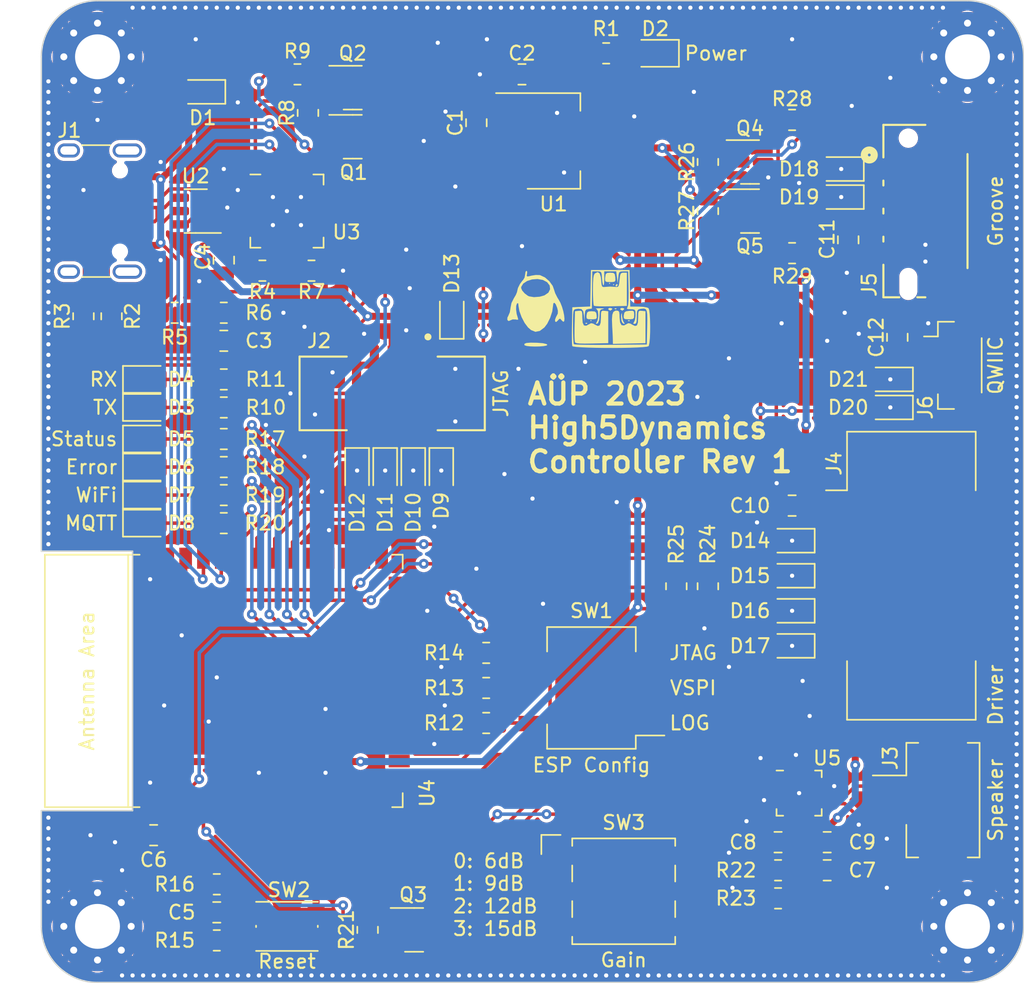
<source format=kicad_pcb>
(kicad_pcb (version 20221018) (generator pcbnew)
  (layers (0 "F.Cu" signal) (1 "In1.Cu" signal) (2 "In2.Cu" signal) (31 "B.Cu" signal) (34 "B.Paste" user) (35 "F.Paste" user) (36 "B.SilkS" user "B.Silkscreen") (37 "F.SilkS" user "F.Silkscreen") (38 "B.Mask" user) (39 "F.Mask" user) (44 "Edge.Cuts" user))
  (net 0 "")
  (net 1 "Net-(U3-VBUS)")
  (net 2 "GND")
  (net 3 "+3.3V")
  (net 4 "+5V")
  (net 5 "Net-(Q1-B)")
  (net 6 "/USB Programmer/PRG_RTS")
  (net 7 "/ESP32/Rst")
  (net 8 "Net-(Q2-B)")
  (net 9 "/USB Programmer/PRG_DTR")
  (net 10 "/ESP32/Boot")
  (net 11 "Net-(D3-K)")
  (net 12 "VBUS")
  (net 13 "Net-(D4-K)")
  (net 14 "Net-(D6-A)")
  (net 15 "/USB Programmer/D-_USB")
  (net 16 "/USB Programmer/D+_USB")
  (net 17 "/USB Programmer/D+")
  (net 18 "/USB Programmer/D-")
  (net 19 "Net-(D7-A)")
  (net 20 "Net-(D8-A)")
  (net 21 "Net-(D13-K)")
  (net 22 "Net-(D18-A1)")
  (net 23 "Net-(D19-A1)")
  (net 24 "Net-(J1-CC1)")
  (net 26 "Net-(J1-CC2)")
  (net 30 "Net-(J3-Pin_1)")
  (net 31 "Net-(J3-Pin_2)")
  (net 32 "Net-(U3-~{RST})")
  (net 33 "Net-(U3-~{SUSPEND})")
  (net 34 "/ESP32/PRG_RX")
  (net 35 "/ESP32/PRG_TX")
  (net 36 "Net-(R15-Pad1)")
  (net 37 "Net-(U4-GPIO12{slash}TOUCH12{slash}ADC2_CH1{slash}FSPICLK{slash}FSPIIO6{slash}SUBSPICLK)")
  (net 38 "Net-(U4-GPIO11{slash}TOUCH11{slash}ADC2_CH0{slash}FSPID{slash}FSPIIO5{slash}SUBSPID)")
  (net 39 "Net-(U4-GPIO10{slash}TOUCH10{slash}ADC1_CH9{slash}FSPICS0{slash}FSPIIO4{slash}SUBSPICS0)")
  (net 40 "Net-(U4-GPIO9{slash}TOUCH9{slash}ADC1_CH8{slash}FSPIHD{slash}SUBSPIHD)")
  (net 44 "Net-(D5-A)")
  (net 53 "/ESP32/TDI")
  (net 54 "/ESP32/TDO")
  (net 55 "/ESP32/TCK")
  (net 56 "/ESP32/TMS")
  (net 57 "/ESP32/LOG")
  (net 58 "/ESP32/VSPI")
  (net 59 "/ESP32/JTAG")
  (net 61 "Net-(D2-A)")
  (net 64 "/ESP32/RX_Driver")
  (net 65 "/ESP32/TX_Driver")
  (net 66 "/ESP32/SCL")
  (net 67 "/ESP32/SDA")
  (net 71 "Net-(Q3-B)")
  (net 72 "Net-(Q3-C)")
  (net 75 "/Audio/Amp_Shutdown")
  (net 76 "/Audio/BCLK")
  (net 77 "/Audio/LRCLK")
  (net 78 "/Audio/DIN")
  (net 82 "/ESP32/Controller_Interrupt")
  (net 83 "/ESP32/Driver_Interrupt")
  (net 84 "Net-(SW3-CM)")
  (net 85 "Net-(SW3-D3)")
  (net 91 "Net-(D3-A)")
  (net 92 "Net-(D4-A)")
  (footprint "Resistor_SMD:R_0805_2012Metric" (layer "F.Cu") (at 120.33 82.405 -90)
    (fp_text reference "R2")
    (fp_text value "5.1k" hide)
  )
  (footprint "Resistor_SMD:R_0805_2012Metric" (layer "F.Cu") (at 128.33 88.905 180)
    (fp_text reference "R10")
    (fp_text value "1k")
  )
  (footprint "eec:CNC_Tech-3220-10-0300-00-MFG" (layer "F.Cu") (at 140.33 87.905 180)
    (fp_text reference "J2")
    (fp_text value "JTAG")
  )
  (footprint "Resistor_SMD:R_0805_2012Metric" (layer "F.Cu") (at 162.83 74.905 -90)
    (fp_text reference "R27")
    (fp_text value "10k")
  )
  (footprint "Resistor_SMD:R_0805_2012Metric" (layer "F.Cu") (at 147.03 106.405 180)
    (fp_text reference "R14")
    (fp_text value "10k")
  )
  (footprint "Capacitor_SMD:C_0805_2012Metric" (layer "F.Cu") (at 171.33 121.905)
    (fp_text reference "C7")
    (fp_text value "10u")
  )
  (footprint "Resistor_SMD:R_0805_2012Metric" (layer "F.Cu") (at 167.83 121.905 180)
    (fp_text reference "R22")
    (fp_text value "10k")
  )
  (footprint "Connector_IDC:IDC-Header_2x05_P2.54mm_Vertical_SMD" (layer "F.Cu") (at 177.33 100.905)
    (fp_text reference "J4")
    (fp_text value "Driver")
  )
  (footprint "Diode_SMD:D_SOD-323" (layer "F.Cu") (at 144.58 82.405 90)
    (fp_text reference "D13")
    (fp_text value "NSR0320")
  )
  (footprint "Diode_SMD:D_SOD-323" (layer "F.Cu") (at 175.83 86.905 180)
    (fp_text reference "D21")
    (fp_text value "D1213A")
  )
  (footprint "Resistor_SMD:R_0805_2012Metric" (layer "F.Cu") (at 128.33 95.155 180)
    (fp_text reference "R19")
    (fp_text value "1k")
  )
  (footprint "Diode_SMD:D_SOD-323" (layer "F.Cu") (at 175.83 88.905 180)
    (fp_text reference "D20")
    (fp_text value "D1213A")
  )
  (footprint "Package_TO_SOT_SMD:SOT-23" (layer "F.Cu") (at 165.83 71.405)
    (fp_text reference "Q4")
    (fp_text value "NX138AK")
  )
  (footprint "MountingHole:MountingHole_3.2mm_M3_Pad_Via" (layer "F.Cu") (at 181.33 125.905)
    (fp_text reference "H4" hide)
    (fp_text value "M3" hide)
  )
  (footprint "LOGO" (layer "F.Cu") (at 153.5 81.905)
    (fp_text reference "G***" hide)
    (fp_text value "LOGO" hide)
  )
  (footprint "LED_SMD:LED_0805_2012Metric" (layer "F.Cu") (at 122.83 91.155)
    (fp_text reference "D5")
    (fp_text value "Status")
  )
  (footprint "Resistor_SMD:R_0805_2012Metric" (layer "F.Cu") (at 147.03 108.905 180)
    (fp_text reference "R13")
    (fp_text value "10k")
  )
  (footprint "Package_TO_SOT_SMD:SOT-23-6" (layer "F.Cu") (at 126.33 74.905 180)
    (fp_text reference "U2")
    (fp_text value "USBLC6-2SC6" hide)
  )
  (footprint "Resistor_SMD:R_0805_2012Metric" (layer "F.Cu") (at 162.83 71.405 -90)
    (fp_text reference "R26")
    (fp_text value "10k")
  )
  (footprint "Resistor_SMD:R_0805_2012Metric" (layer "F.Cu") (at 155.58 63.655)
    (fp_text reference "R1")
    (fp_text value "1k")
  )
  (footprint "Capacitor_SMD:C_0805_2012Metric" (layer "F.Cu") (at 168.83 95.905)
    (fp_text reference "C10")
    (fp_text value "100n")
  )
  (footprint "Capacitor_SMD:C_0805_2012Metric" (layer "F.Cu") (at 149.58 65.155)
    (fp_text reference "C2")
    (fp_text value "10u")
  )
  (footprint "Diode_SMD:D_SOD-323" (layer "F.Cu") (at 168.83 103.405 180)
    (fp_text reference "D16")
    (fp_text value "D1213A")
  )
  (footprint "Package_TO_SOT_SMD:SOT-23" (layer "F.Cu") (at 165.83 74.905)
    (fp_text reference "Q5")
    (fp_text value "NX138AK")
  )
  (footprint "Resistor_SMD:R_0805_2012Metric" (layer "F.Cu") (at 162.83 101.655 90)
    (fp_text reference "R24")
    (fp_text value "10k")
  )
  (footprint "Resistor_SMD:R_0805_2012Metric" (layer "F.Cu") (at 134.58 79.155)
    (fp_text reference "R7")
    (fp_text value "10k" hide)
  )
  (footprint "Resistor_SMD:R_0805_2012Metric" (layer "F.Cu") (at 128.33 93.155 180)
    (fp_text reference "R18")
    (fp_text value "1k")
  )
  (footprint "Connector_USB:USB_C_Receptacle_HRO_TYPE-C-31-M-12" (layer "F.Cu") (at 118.33 74.905 -90)
    (fp_text reference "J1")
    (fp_text value "USB")
  )
  (footprint "Button_Switch_SMD:Nidec_Copal_SH-7010B" (layer "F.Cu") (at 156.83 123.405)
    (fp_text reference "SW3")
    (fp_text value "Gain")
  )
  (footprint "Diode_SMD:D_SOD-323" (layer "F.Cu") (at 172.33 71.905 180)
    (fp_text reference "D18")
    (fp_text value "D1213A")
  )
  (footprint "Capacitor_SMD:C_0805_2012Metric" (layer "F.Cu") (at 123.33 119.405 180)
    (fp_text reference "C6")
    (fp_text value "10u")
  )
  (footprint "MountingHole:MountingHole_3.2mm_M3_Pad_Via" (layer "F.Cu") (at 119.33 125.905)
    (fp_text reference "H3" hide)
    (fp_text value "M3" hide)
  )
  (footprint "Resistor_SMD:R_0805_2012Metric" (layer "F.Cu") (at 131.08 79.155)
    (fp_text reference "R4")
    (fp_text value "1k" hide)
  )
  (footprint "Diode_SMD:D_SOD-323" (layer "F.Cu") (at 168.83 98.405 180)
    (fp_text reference "D14")
    (fp_text value "D1213A")
  )
  (footprint "Package_TO_SOT_SMD:SOT-23" (layer "F.Cu") (at 137.5175 69.605)
    (fp_text reference "Q1")
    (fp_text value "MMBT3904" hide)
  )
  (footprint "Capacitor_SMD:C_0805_2012Metric" (layer "F.Cu") (at 127.83 124.905)
    (fp_text reference "C5")
    (fp_text value "1u")
  )
  (footprint "LED_SMD:LED_0805_2012Metric" (layer "F.Cu") (at 122.83 93.155)
    (fp_text reference "D6")
    (fp_text value "Error")
  )
  (footprint "MountingHole:MountingHole_3.2mm_M3_Pad_Via" (layer "F.Cu") (at 119.33 63.905)
    (fp_text reference "H1" hide)
    (fp_text value "M3" hide)
  )
  (footprint "Resistor_SMD:R_0805_2012Metric" (layer "F.Cu") (at 124.83 82.155)
    (fp_text reference "R5")
    (fp_text value "22.1k" hide)
  )
  (footprint "Resistor_SMD:R_0805_2012Metric" (layer "F.Cu") (at 127.83 122.905)
    (fp_text reference "R16")
    (fp_text value "10k")
  )
  (footprint "Capacitor_SMD:C_0805_2012Metric" (layer "F.Cu") (at 171.33 119.905)
    (fp_text reference "C9")
    (fp_text value "100n")
  )
  (footprint "LED_SMD:LED_0805_2012Metric" (layer "F.Cu") (at 122.83 88.905)
    (fp_text reference "D3")
    (fp_text value "TX")
  )
  (footprint "Capacitor_SMD:C_0805_2012Metric" (layer "F.Cu") (at 172.83 76.955 90)
    (fp_text reference "C11")
    (fp_text value "100n")
  )
  (footprint "Diode_SMD:D_SOD-323" (layer "F.Cu") (at 172.33 73.905 180)
    (fp_text reference "D19")
    (fp_text value "D1213A")
  )
  (footprint "MountingHole:MountingHole_3.2mm_M3_Pad_Via" (layer "F.Cu") (at 181.33 63.905)
    (fp_text reference "H2" hide)
    (fp_text value "M3" hide)
  )
  (footprint "Diode_SMD:D_SOD-323" (layer "F.Cu") (at 126.83 66.405 180)
    (fp_text reference "D1")
    (fp_text value "NSR0320")
  )
  (footprint "Resistor_SMD:R_0805_2012Metric" (layer "F.Cu") (at 147.03 111.405 180)
    (fp_text reference "R12")
    (fp_text value "10k")
  )
  (footprint "Capacitor_SMD:C_0805_2012Metric" (layer "F.Cu") (at 128.33 84.155)
    (fp_text reference "C3")
    (fp_text value "100n" hide)
  )
  (footprint "Espressif:ESP32-S3-WROOM-1" (layer "F.Cu") (at 131.33 108.405 90)
    (fp_text reference "U4")
    (fp_text value "ESP32-S3-WROOM-1")
  )
  (footprint "Resistor_SMD:R_0805_2012Metric" (layer "F.Cu") (at 168.83 68.405 180)
    (fp_text reference "R28")
    (fp_text value "10k")
  )
  (footprint "LED_SMD:LED_0805_2012Metric" (layer "F.Cu") (at 122.83 95.155)
    (fp_text reference "D7")
    (fp_text value "WiFi")
  )
  (footprint "Package_TO_SOT_SMD:SOT-23" (layer "F.Cu") (at 141.8925 126.155)
    (fp_text reference "Q3")
    (fp_text value "MMBT3904")
  )
  (footprint "Resistor_SMD:R_0805_2012Metric" (layer "F.Cu") (at 133.58 65.155)
    (fp_text reference "R9")
    (fp_text value "10k" hide)
  )
  (footprint "Diode_SMD:D_SOD-323" (layer "F.Cu") (at 139.83 93.405 -90)
    (fp_text reference "D11")
    (fp_text value "D1213A")
  )
  (footprint "Resistor_SMD:R_0805_2012Metric" (layer "F.Cu") (at 128.33 97.155 180)
    (fp_text reference "R20")
    (fp_text value "1k")
  )
  (footprint "Resistor_SMD:R_0805_2012Metric" (layer "F.Cu") (at 128.33 82.155)
    (fp_text reference "R6")
    (fp_text value "47.5k" hide)
  )
  (footprint "Resistor_SMD:R_0805_2012Metric" (layer "F.Cu") (at 127.83 126.905 180)
    (fp_text reference "R15")
    (fp_text value "1k")
  )
  (footprint "Resistor_SMD:R_0805_2012Metric" (layer "F.Cu") (at 118.33 82.405 -90)
    (fp_text reference "R3")
    (fp_text value "5.1k" hide)
  )
  (footprint "LED_SMD:LED_0805_2012Metric" (layer "F.Cu") (at 159.08 63.655 180)
    (fp_text reference "D2")
    (fp_text value "Power")
  )
  (footprint "Resistor_SMD:R_0805_2012Metric" (layer "F.Cu") (at 128.33 91.155 180)
    (fp_text reference "R17")
    (fp_text value "1k")
  )
  (footprint "Resistor_SMD:R_0805_2012Metric" (layer "F.Cu") (at 138.58 126.155 90)
    (fp_text reference "R21")
    (fp_text value "10k")
  )
  (footprint "LED_SMD:LED_0805_2012Metric" (layer "F.Cu") (at 122.83 97.155)
    (fp_text reference "D8")
    (fp_text value "MQTT")
  )
  (footprint "Capacitor_SMD:C_0805_2012Metric" (layer "F.Cu") (at 167.83 119.905 180)
    (fp_text reference "C8")
    (fp_text value "100n")
  )
  (footprint "Grove:CONN_BM04B-PASS-1-TFTLFSN_JST" (layer "F.Cu") (at 178.33 74.905 90)
    (fp_text reference "J5")
    (fp_text value "Groove")
  )
  (footprint "Package_DFN_QFN:QFN-16-1EP_3x3mm_P0.5mm_EP1.45x1.45mm" (layer "F.Cu") (at 169.33 116.405)
    (fp_text reference "U5")
    (fp_text value "MAX98357A")
  )
  (footprint "Connector_JST:JST_SH_BM04B-SRSS-TB_1x04-1MP_P1.00mm_Vertical" (layer "F.Cu") (at 180.33 85.905 -90)
    (fp_text reference "J6")
    (fp_text value "QWIIC")
  )
  (footprint "Package_TO_SOT_SMD:SOT-23" (layer "F.Cu") (at 137.5175 66.105)
    (fp_text reference "Q2")
    (fp_text value "MMBT3904" hide)
  )
  (footprint "Resistor_SMD:R_0805_2012Metric" (layer "F.Cu") (at 168.83 77.905 180)
    (fp_text reference "R29")
    (fp_text value "10k")
  )
  (footprint "Diode_SMD:D_SOD-323" (layer "F.Cu") (at 137.83 93.405 -90)
    (fp_text reference "D12")
    (fp_text value "D1213A")
  )
  (footprint "Resistor_SMD:R_0805_2012Metric" (layer "F.Cu") (at 160.58 101.655 90)
    (fp_text reference "R25")
    (fp_text value "10k")
  )
  (footprint "Resistor_SMD:R_0805_2012Metric" (layer "F.Cu") (at 134.33 67.905 -90)
    (fp_text reference "R8")
    (fp_text value "10k" hide)
  )
  (footprint "Resistor_SMD:R_0805_2012Metric" (layer "F.Cu") (at 128.33 86.905 180)
    (fp_text reference "R11")
    (fp_text value "1k")
  )
  (footprint "Connector_JST:JST_PH_B2B-PH-SM4-TB_1x02-1MP_P2.00mm_Vertical" (layer "F.Cu") (at 177.83 116.905 -90)
    (fp_text reference "J3")
    (fp_text value "Speaker")
  )
  (footprint "Button_Switch_SMD:SW_Push_1P1T_NO_Vertical_Wuerth_434133025816" (layer "F.Cu") (at 132.83 125.905)
    (fp_text reference "SW2")
    (fp_text value "Reset")
  )
  (footprint "Diode_SMD:D_SOD-323" (layer "F.Cu") (at 168.83 100.905 180)
    (fp_text reference "D15")
    (fp_text value "D1213A")
  )
  (footprint "Diode_SMD:D_SOD-323" (layer "F.Cu") (at 168.83 105.905 180)
    (fp_text reference "D17")
    (fp_text value "D1213A")
  )
  (footprint "Package_DFN_QFN:QFN-28-1EP_5x5mm_P0.5mm_EP3.35x3.35mm" (layer "F.Cu") (at 132.83 74.905)
    (fp_text reference "U3")
    (fp_text value "CP2102N-Axx-xQFN28" hide)
  )
  (footprint "Diode_SMD:D_SOD-323" (layer "F.Cu") (at 141.83 93.405 -90)
    (fp_text reference "D10")
    (fp_text value "D1213A")
  )
  (footprint "Resistor_SMD:R_0805_2012Metric" (layer "F.Cu") (at 167.83 123.905)
    (fp_text reference "R23")
    (fp_text value "100k")
  )
  (footprint "Capacitor_SMD:C_0805_2012Metric" (layer "F.Cu") (at 176.33 83.905 -90)
    (fp_text reference "C12")
    (fp_text value "100n")
  )
  (footprint "Diode_SMD:D_SOD-323" (layer "F.Cu") (at 143.83 93.405 -90)
    (fp_text reference "D9")
    (fp_text value "D1213A")
  )
  (footprint "LED_SMD:LED_0805_2012Metric" (layer "F.Cu") (at 122.83 86.905)
    (fp_text reference "D4")
    (fp_text value "RX")
  )
  (footprint "Capacitor_SMD:C_0805_2012Metric" (layer "F.Cu") (at 128.33 78.405 90)
    (fp_text reference "C4")
    (fp_text value "10u" hide)
  )
  (footprint "Button_Switch_SMD:SW_DIP_SPSTx03_Slide_Omron_A6S-310x_W8.9mm_P2.54mm" (layer "F.Cu") (at 154.53 108.905 180)
    (fp_text reference "SW1")
    (fp_text value "ESP Config")
  )
  (footprint "Package_TO_SOT_SMD:SOT-223-3_TabPin2" (layer "F.Cu") (at 151.83 69.905)
    (fp_text reference "U1")
    (fp_text value "AP1117-33")
  )
  (footprint "Capacitor_SMD:C_0805_2012Metric" (layer "F.Cu") (at 146.33 68.605 -90)
    (fp_text reference "C1")
    (fp_text value "10u")
  )
  (gr_line (start 115.33 63.905) (end 115.33 99.155) (stroke (width 0.1)) (layer "Edge.Cuts"))
  (gr_arc (start 185.33 125.905) (mid 184.158427 128.733427) (end 181.33 129.905) (stroke (width 0.1)) (layer "Edge.Cuts"))
  (gr_line (start 115.33 125.905) (end 115.33 117.655) (stroke (width 0.1)) (layer "Edge.Cuts"))
  (gr_line (start 185.33 125.905) (end 185.33 63.905) (stroke (width 0.1)) (layer "Edge.Cuts"))
  (gr_line (start 121.83 117.655) (end 121.83 99.155) (stroke (width 0.1)) (layer "Edge.Cuts"))
  (gr_line (start 121.83 99.155) (end 115.33 99.155) (stroke (width 0.1)) (layer "Edge.Cuts"))
  (gr_line (start 119.33 129.905) (end 181.33 129.905) (stroke (width 0.1)) (layer "Edge.Cuts"))
  (gr_arc (start 115.33 63.905) (mid 116.501573 61.076573) (end 119.33 59.905) (stroke (width 0.1)) (layer "Edge.Cuts"))
  (gr_line (start 115.33 117.655) (end 121.83 117.655) (stroke (width 0.1)) (layer "Edge.Cuts"))
  (gr_arc (start 181.33 59.905) (mid 184.158427 61.076573) (end 185.33 63.905) (stroke (width 0.1)) (layer "Edge.Cuts"))
  (gr_arc (start 119.33 129.905) (mid 116.501573 128.733427) (end 115.33 125.905) (stroke (width 0.1)) (layer "Edge.Cuts"))
  (gr_line (start 181.33 59.905) (end 119.33 59.905) (stroke (width 0.1)) (layer "Edge.Cuts"))
  (gr_text "VSPI" (at 161.78 108.905) (layer "F.SilkS") (effects (font (size 1 1))))
  (gr_text "0: 6dB\n1: 9dB\n2: 12dB\n3: 15dB" (at 144.58 126.655) (layer "F.SilkS") (effects (font (size 1 1)) (justify left bottom)))
  (gr_text "JTAG" (at 161.78 106.405) (layer "F.SilkS") (effects (font (size 1 1))))
  (gr_text "LOG" (at 161.53 111.405) (layer "F.SilkS") (effects (font (size 1 1))))
  (gr_text "AÜP 2023\nHigh5Dynamics\nController Rev 1" (at 149.83 93.655) (layer "F.SilkS") (effects (font (size 1.5 1.5) (thickness 0.3) bold) (justify left bottom)))
  (segment (start 130.33 80.655) (end 128.33 80.655) (width 0.25) (layer "F.Cu") (net 1))
  (segment (start 131.155 77.53) (end 131.155 79.83) (width 0.25) (layer "F.Cu") (net 1))
  (segment (start 127.38 84.155) (end 127.38 82.1925) (width 0.25) (layer "F.Cu") (net 1))
  (segment (start 127.4175 81.5675) (end 127.4175 82.155) (width 0.25) (layer "F.Cu") (net 1))
  (segment (start 127.38 82.1925) (end 127.4175 82.155) (width 0.25) (layer "F.Cu") (net 1))
  (segment (start 131.33 77.355) (end 131.155 77.53) (width 0.25) (layer "F.Cu") (net 1))
  (segment (start 128.33 80.655) (end 127.4175 81.5675) (width 0.25) (layer "F.Cu") (net 1))
  (segment (start 131.155 79.83) (end 130.33 80.655) (width 0.25) (layer "F.Cu") (net 1))
  (segment (start 125.7425 82.155) (end 127.4175 82.155) (width 0.25) (layer "F.Cu") (net 1))
  (segment (start 171.58 116.155) (end 171.83 115.905) (width 0.25) (layer "F.Cu") (net 2))
  (segment (start 123.58 78.155) (end 123.83 78.405) (width 0.5) (layer "F.Cu") (net 2))
  (segment (start 132.33 74.405) (end 132.83 74.905) (width 0.25) (layer "F.Cu") (net 2))
  (segment (start 169.08 116.155) (end 169.33 116.405) (width 0.25) (layer "F.Cu") (net 2))
  (segment (start 130.38 74.405) (end 129.931992 74.405) (width 0.25) (layer "F.Cu") (net 2))
  (segment (start 169.08 113.701819) (end 169.103729 113.67809) (width 0.25) (layer "F.Cu") (net 2))
  (segment (start 132.83 74.905) (end 133.83 73.905) (width 0.25) (layer "F.Cu") (net 2))
  (segment (start 130.38 74.405) (end 132.33 74.405) (width 0.25) (layer "F.Cu") (net 2))
  (segment (start 122.375 71.655) (end 123.58 71.655) (width 0.5) (layer "F.Cu") (net 2))
  (segment (start 170.7675 116.155) (end 171.58 116.155) (width 0.25) (layer "F.Cu") (net 2))
  (segment (start 128.855 124.83) (end 128.78 124.905) (width 0.25) (layer "F.Cu") (net 2))
  (segment (start 128.33 79.355) (end 127.13 79.355) (width 0.5) (layer "F.Cu") (net 2))
  (segment (start 129.33 73.803008) (end 129.33 73.405) (width 0.25) (layer "F.Cu") (net 2))
  (segment (start 132.83 74.905) (end 131.83 73.905) (width 0.25) (layer "F.Cu") (net 2))
  (segment (start 129.931992 74.405) (end 129.33 73.803008) (width 0.25) (layer "F.Cu") (net 2))
  (segment (start 167.8925 116.655) (end 167.08 116.655) (width 0.25) (layer "F.Cu") (net 2))
  (segment (start 122.375 78.155) (end 123.58 78.155) (width 0.5) (layer "F.Cu") (net 2))
  (segment (start 170.7675 116.155) (end 169.58 116.155) (width 0.25) (layer "F.Cu") (net 2))
  (segment (start 132.83 74.905) (end 133.83 75.905) (width 0.25) (layer "F.Cu") (net 2))
  (segment (start 132.83 74.905) (end 131.83 75.905) (width 0.25) (layer "F.Cu") (net 2))
  (segment (start 169.08 114.9675) (end 169.08 113.701819) (width 0.25) (layer "F.Cu") (net 2))
  (segment (start 127.13 79.355) (end 126.58 79.905) (width 0.5) (layer "F.Cu") (net 2))
  (segment (start 169.08 114.9675) (end 169.08 116.155) (width 0.25) (layer "F.Cu") (net 2))
  (segment (start 167.08 116.655) (end 166.83 116.905) (width 0.25) (layer "F.Cu") (net 2))
  (segment (start 174.78 86.905) (end 175.83 86.905) (width 0.25) (layer "F.Cu") (net 2))
  (segment (start 169.58 116.155) (end 169.33 116.405) (width 0.25) (layer "F.Cu") (net 2))
  (segment (start 127.4675 74.905) (end 128.33 74.905) (width 0.25) (layer "F.Cu") (net 2))
  (segment (start 123.58 71.655) (end 123.83 71.405) (width 0.5) (layer "F.Cu") (net 2))
  (segment (start 128.33 74.905) (end 128.58 74.655) (width 0.25) (layer "F.Cu") (net 2))
  (via (at 166.83 60.405) (size 0.7) (drill 0.3) (layers "F.Cu" "B.Cu") (net 2))
  (via (at 126.33 60.405) (size 0.7) (drill 0.3) (layers "F.Cu" "B.Cu") (net 2))
  (via (at 115.83 74.655) (size 0.7) (drill 0.3) (layers "F.Cu" "B.Cu") (net 2))
  (via (at 115.83 87.405) (size 0.7) (drill 0.3) (layers "F.Cu" "B.Cu") (net 2))
  (via (at 157.83 60.405) (size 0.7) (drill 0.3) (layers "F.Cu" "B.Cu") (net 2))
  (via (at 127.08 129.405) (size 0.7) (drill 0.3) (layers "F.Cu" "B.Cu") (net 2))
  (via (at 168.33 60.405) (size 0.7) (drill 0.3) (layers "F.Cu" "B.Cu") (net 2))
  (via (at 178.33 77.305) (size 0.7) (drill 0.3) (layers "F.Cu" "B.Cu") (net 2))
  (via (at 184.83 108.405) (size 0.7) (drill 0.3) (layers "F.Cu" "B.Cu") (net 2))
  (via (at 184.83 84.405) (size 0.7) (drill 0.3) (layers "F.Cu" "B.Cu") (net 2))
  (via (at 115.83 86.655) (size 0.7) (drill 0.3) (layers "F.Cu" "B.Cu") (net 2))
  (via (at 184.83 117.405) (size 0.7) (drill 0.3) (layers "F.Cu" "B.Cu") (net 2))
  (via (at 174.33 129.405) (size 0.7) (drill 0.3) (layers "F.Cu" "B.Cu") (net 2))
  (via (at 184.83 67.155) (size 0.7) (drill 0.3) (layers "F.Cu" "B.Cu") (net 2))
  (via (at 124.83 60.405) (size 0.7) (drill 0.3) (layers "F.Cu" "B.Cu") (net 2))
  (via (at 165.33 129.405) (size 0.7) (drill 0.3) (layers "F.Cu" "B.Cu") (net 2))
  (via (at 175.83 60.405) (size 0.7) (drill 0.3) (layers "F.Cu" "B.Cu") (net 2))
  (via (at 158.58 60.405) (size 0.7) (drill 0.3) (layers "F.Cu" "B.Cu") (net 2))
  (via (at 184.83 82.905) (size 0.7) (drill 0.3) (layers "F.Cu" "B.Cu") (net 2))
  (via (at 171.33 84.155) (size 0.7) (drill 0.3) (layers "F.Cu" "B.Cu") (net 2))
  (via (at 184.83 87.405) (size 0.7) (drill 0.3) (layers "F.Cu" "B.Cu") (net 2))
  (via (at 115.83 73.155) (size 0.7) (drill 0.3) (layers "F.Cu" "B.Cu") (net 2))
  (via (at 148.83 129.405) (size 0.7) (drill 0.3) (layers "F.Cu" "B.Cu") (net 2))
  (via (at 142.08 129.405) (size 0.7) (drill 0.3) (layers "F.Cu" "B.Cu") (net 2))
  (via (at 151.08 129.405) (size 0.7) (drill 0.3) (layers "F.Cu" "B.Cu") (net 2))
  (via (at 138.33 129.405) (size 0.7) (drill 0.3) (layers "F.Cu" "B.Cu") (net 2))
  (via (at 169.83 60.405) (size 0.7) (drill 0.3) (layers "F.Cu" "B.Cu") (net 2))
  (via (at 173.58 60.405) (size 0.7) (drill 0.3) (layers "F.Cu" "B.Cu") (net 2))
  (via (at 127.83 60.405) (size 0.7) (drill 0.3) (layers "F.Cu" "B.Cu") (net 2))
  (via (at 148.08 60.405) (size 0.7) (drill 0.3) (layers "F.Cu" "B.Cu") (net 2))
  (via (at 184.83 98.655) (size 0.7) (drill 0.3) (layers "F.Cu" "B.Cu") (net 2))
  (via (at 155.58 60.405) (size 0.7) (drill 0.3) (layers "F.Cu" "B.Cu") (net 2))
  (via (at 184.83 83.655) (size 0.7) (drill 0.3) (layers "F.Cu" "B.Cu") (net 2))
  (via (at 144.83 86.155) (size 0.7) (drill 0.3) (layers "F.Cu" "B.Cu") (net 2))
  (via (at 119.33 68.405) (size 0.7) (drill 0.3) (layers "F.Cu" "B.Cu") (net 2))
  (via (at 184.83 118.905) (size 0.7) (drill 0.3) (layers "F.Cu" "B.Cu") (net 2))
  (via (at 115.83 92.655) (size 0.7) (drill 0.3) (layers "F.Cu" "B.Cu") (net 2))
  (via (at 123.08 101.155) (size 0.7) (drill 0.3) (layers "F.Cu" "B.Cu") (net 2))
  (via (at 147.08 62.655) (size 0.7) (drill 0.3) (layers "F.Cu" "B.Cu") (net 2))
  (via (at 115.83 95.655) (size 0.7) (drill 0.3) (layers "F.Cu" "B.Cu") (net 2))
  (via (at 184.83 121.905) (size 0.7) (drill 0.3) (layers "F.Cu" "B.Cu") (net 2))
  (via (at 142.58 69.905) (size 0.7) (drill 0.3) (layers "F.Cu" "B.Cu") (net 2))
  (via (at 148.08 129.405) (size 0.7) (drill 0.3) (layers "F.Cu" "B.Cu") (net 2))
  (via (at 184.83 103.155) (size 0.7) (drill 0.3) (layers "F.Cu" "B.Cu") (net 2))
  (via (at 146.58 65.155) (size 0.7) (drill 0.3) (layers "F.Cu" "B.Cu") (net 2))
  (via (at 160.83 129.405) (size 0.7) (drill 0.3) (layers "F.Cu" "B.Cu") (net 2))
  (via (at 133.83 73.905) (size 0.7) (drill 0.3) (layers "F.Cu" "B.Cu") (net 2))
  (via (at 163.08 129.405) (size 0.7) (drill 0.3) (layers "F.Cu" "B.Cu") (net 2))
  (via (at 135.83 97.655) (size 0.7) (drill 0.3) (layers "F.Cu" "B.Cu") (net 2))
  (via (at 146.58 60.405) (size 0.7) (drill 0.3) (layers "F.Cu" "B.Cu") (net 2))
  (via (at 184.83 65.655) (size 0.7) (drill 0.3) (layers "F.Cu" "B.Cu") (net 2))
  (via (at 149.33 86.155) (size 0.7) (drill 0.3) (layers "F.Cu" "B.Cu") (net 2))
  (via (at 140.58 129.405) (size 0.7) (drill 0.3) (layers "F.Cu" "B.Cu") (net 2))
  (via (at 159.33 129.405) (size 0.7) (drill 0.3) (layers "F.Cu" "B.Cu") (net 2))
  (via (at 128.58 129.405) (size 0.7) (drill 0.3) (layers "F.Cu" "B.Cu") (net 2))
  (via (at 175.83 86.905) (size 0.7) (drill 0.3) (layers "F.Cu" "B.Cu") (net 2))
  (via (at 115.83 121.155) (size 0.7) (drill 0.3) (layers "F.Cu" "B.Cu") (net 2))
  (via (at 169.58 108.405) (size 0.7) (drill 0.3) (layers "F.Cu" "B.Cu") (net 2))
  (via (at 147.33 129.405) (size 0.7) (drill 0.3) (layers "F.Cu" "B.Cu") (net 2))
  (via (at 173.58 118.655) (size 0.7) (drill 0.3) (layers "F.Cu" "B.Cu") (net 2))
  (via (at 127.83 129.405) (size 0.7) (drill 0.3) (layers "F.Cu" "B.Cu") (net 2))
  (via (at 129.33 60.405) (size 0.7) (drill 0.3) (layers "F.Cu" "B.Cu") (net 2))
  (via (at 141.33 60.405) (size 0.7) (drill 0.3) (layers "F.Cu" "B.Cu") (net 2))
  (via (at 141.58 80.405) (size 0.7) (drill 0.3) (layers "F.Cu" "B.Cu") (net 2))
  (via (at 184.83 82.155) (size 0.7) (drill 0.3) (layers "F.Cu" "B.Cu") (net 2))
  (via (at 115.83 80.655) (size 0.7) (drill 0.3) (layers "F.Cu" "B.Cu") (net 2))
  (via (at 156.33 60.405) (size 0.7) (drill 0.3) (layers "F.Cu" "B.Cu") (net 2))
  (via (at 115.83 72.405) (size 0.7) (drill 0.3) (layers "F.Cu" "B.Cu") (net 2))
  (via (at 115.83 75.405) (size 0.7) (drill 0.3) (layers "F.Cu" "B.Cu") (net 2))
  (via (at 184.83 122.655) (size 0.7) (drill 0.3) (layers "F.Cu" "B.Cu") (net 2))
  (via (at 123.33 60.405) (size 0.7) (drill 0.3) (layers "F.Cu" "B.Cu") (net 2))
  (via (at 168.83 98.405) (size 0.7) (drill 0.3) (layers "F.Cu" "B.Cu") (net 2))
  (via (at 166.83 129.405) (size 0.7) (drill 0.3) (layers "F.Cu" "B.Cu") (net 2))
  (via (at 174.33 60.405) (size 0.7) (drill 0.3) (layers "F.Cu" "B.Cu") (net 2))
  (via (at 167.73 94.305) (size 0.7) (drill 0.3) (layers "F.Cu" "B.Cu") (net 2))
  (via (at 179.58 60.405) (size 0.7) (drill 0.3) (layers "F.Cu" "B.Cu") (net 2))
  (via (at 184.83 88.155) (size 0.7) (drill 0.3) (layers "F.Cu" "B.Cu") (net 2))
  (via (at 184.83 78.405) (size 0.7) (drill 0.3) (layers "F.Cu" "B.Cu") (net 2))
  (via (at 184.83 113.655) (size 0.7) (drill 0.3) (layers "F.Cu" "B.Cu") (net 2))
  (via (at 130.08 129.405) (size 0.7) (drill 0.3) (layers "F.Cu" "B.Cu") (net 2))
  (via (at 153.33 60.405) (size 0.7) (drill 0.3) (layers "F.Cu" "B.Cu") (net 2))
  (via (at 115.83 79.905) (size 0.7) (drill 0.3) (layers "F.Cu" "B.Cu") (net 2))
  (via (at 184.83 81.405) (size 0.7) (drill 0.3) (layers "F.Cu" "B.Cu") (net 2))
  (via (at 118.83 119.405) (size 0.7) (drill 0.3) (layers "F.Cu" "B.Cu") (net 2))
  (via (at 184.83 106.155) (size 0.7) (drill 0.3) (layers "F.Cu" "B.Cu") (net 2))
  (via (at 123.83 78.405) (size 0.7) (drill 0.3) (layers "F.Cu" "B.Cu") (net 2))
  (via (at 130.08 60.405) (size 0.7) (drill 0.3) (layers "F.Cu" "B.Cu") (net 2))
  (via (at 156.33 129.405) (size 0.7) (drill 0.3) (layers "F.Cu" "B.Cu") (net 2))
  (via (at 165.58 118.405) (size 0.7) (drill 0.3) (layers "F.Cu" "B.Cu") (net 2))
  (via (at 129.33 67.155) (size 0.7) (drill 0.3) (layers "F.Cu" "B.Cu") (net 2))
  (via (at 115.83 79.155) (size 0.7) (drill 0.3) (layers "F.Cu" "B.Cu") (net 2))
  (via (at 173.58 83.655) (size 0.7) (drill 0.3) (layers "F.Cu" "B.Cu") (net 2))
  (via (at 178.08 129.405) (size 0.7) (drill 0.3) (layers "F.Cu" "B.Cu") (net 2))
  (via (at 184.83 96.405) (size 0.7) (drill 0.3) (layers "F.Cu" "B.Cu") (net 2))
  (via (at 134.08 92.405) (size 0.7) (drill 0.3) (layers "F.Cu" "B.Cu") (net 2))
  (via (at 143.33 112.905) (size 0.7) (drill 0.3) (layers "F.Cu" "B.Cu") (net 2))
  (via (at 184.83 91.905) (size 0.7) (drill 0.3) (layers "F.Cu" "B.Cu") (net 2))
  (via (at 115.83 124.155) (size 0.7) (drill 0.3) (layers "F.Cu" "B.Cu") (net 2))
  (via (at 115.83 70.905) (size 0.7) (drill 0.3) (layers "F.Cu" "B.Cu") (net 2))
  (via (at 125.33 105.155) (size 0.7) (drill 0.3) (layers "F.Cu" "B.Cu") (net 2))
  (via (at 137.58 60.405) (size 0.7) (drill 0.3) (layers "F.Cu" "B.Cu") (net 2))
  (via (at 169.33 72.905) (size 0.7) (drill 0.3) (layers "F.Cu" "B.Cu") (net 2))
  (via (at 160.08 129.405) (size 0.7) (drill 0.3) (layers "F.Cu" "B.Cu") (net 2))
  (via (at 163.83 60.405) (size 0.7) (drill 0.3) (layers "F.Cu" "B.Cu") (net 2))
  (via (at 144.83 73.155) (size 0.7) (drill 0.3) (layers "F.Cu" "B.Cu") (net 2))
  (via (at 136.08 60.405) (size 0.7) (drill 0.3) (layers "F.Cu" "B.Cu") (net 2))
  (via (at 154.08 129.405) (size 0.7) (drill 0.3) (layers "F.Cu" "B.Cu") (net 2))
  (via (at 144.83 89.905) (size 0.7) (drill 0.3) (layers "F.Cu" "B.Cu") (net 2))
  (via (at 164.58 123.155) (size 0.7) (drill 0.3) (layers "F.Cu" "B.Cu") (net 2))
  (via (at 135.58 110.405) (size 0.7) (drill 0.3) (layers "F.Cu" "B.Cu") (net 2))
  (via (at 123.08 115.655) (size 0.7) (drill 0.3) (layers "F.Cu" "B.Cu") (net 2))
  (via (at 184.83 85.905) (size 0.7) (drill 0.3) (layers "F.Cu" "B.Cu") (net 2))
  (via (at 123.83 71.405) (size 0.7) (drill 0.3) (layers "F.Cu" "B.Cu") (net 2))
  (via (at 184.83 119.655) (size 0.7) (drill 0.3) (layers "F.Cu" "B.Cu") (net 2))
  (via (at 141.33 129.405) (size 0.7) (drill 0.3) (layers "F.Cu" "B.Cu") (net 2))
  (via (at 139.83 129.405) (size 0.7) (drill 0.3) (layers "F.Cu" "B.Cu") (net 2))
  (via (at 126.58 79.905) (size 0.7) (drill 0.3) (layers "F.Cu" "B.Cu") (net 2))
  (via (at 155.58 129.405) (size 0.7) (drill 0.3) (layers "F.Cu" "B.Cu") (net 2))
  (via (at 129.33 129.405) (size 0.7) (drill 0.3) (layers "F.Cu" "B.Cu") (net 2))
  (via (at 130.83 129.405) (size 0.7) (drill 0.3) (layers "F.Cu" "B.Cu") (net 2))
  (via (at 115.83 88.905) (size 0.7) (drill 0.3) (layers "F.Cu" "B.Cu") (net 2))
  (via (at 121.83 129.405) (size 0.7) (drill 0.3) (layers "F.Cu" "B.Cu") (net 2))
  (via (at 167.13 72.505) (size 0.7) (drill 0.3) (layers "F.Cu" "B.Cu") (net 2))
  (via (at 161.58 129.405) (size 0.7) (drill 0.3) (layers "F.Cu" "B.Cu") (net 2))
  (via (at 175.83 65.405) (size 0.7) (drill 0.3) (layers "F.Cu" "B.Cu") (net 2))
  (via (at 168.83 62.655) (size 0.7) (drill 0.3) (layers "F.Cu" "B.Cu") (net 2))
  (via (at 172.73 79.305) (size 0.7) (drill 0.3) (layers "F.Cu" "B.Cu") (net 2))
  (via (at 127.83 108.155) (size 0.7) (drill 0.3) (layers "F.Cu" "B.Cu") (net 2))
  (via (at 115.83 120.405) (size 0.7) (drill 0.3) (layers "F.Cu" "B.Cu") (net 2))
  (via (at 184.83 115.155) (size 0.7) (drill 0.3) (layers "F.Cu" "B.Cu") (net 2))
  (via (at 169.08 60.405) (size 0.7) (drill 0.3) (layers "F.Cu" "B.Cu") (net 2))
  (via (at 124.08 110.155) (size 0.7) (drill 0.3) (layers "F.Cu" "B.Cu") (net 2))
  (via (at 184.83 97.155) (size 0.7) (drill 0.3) (layers "F.Cu" "B.Cu") (net 2))
  (via (at 128.58 60.405) (size 0.7) (drill 0.3) (layers "F.Cu" "B.Cu") (net 2))
  (via (at 149.58 77.405) (size 0.7) (drill 0.3) (layers "F.Cu" "B.Cu") (net 2))
  (via (at 184.83 75.405) (size 0.7) (drill 0.3) (layers "F.Cu" "B.Cu") (net 2))
  (via (at 143.58 62.905) (size 0.7) (drill 0.3) (layers "F.Cu" "B.Cu") (net 2))
  (via (at 184.83 103.905) (size 0.7) (drill 0.3) (layers "F.Cu" "B.Cu") (net 2))
  (via (at 128.58 74.655) (size 0.7) (drill 0.3) (layers "F.Cu" "B.Cu") (net 2))
  (via (at 141.33 83.405) (size 0.7) (drill 0.3) (layers "F.Cu" "B.Cu") (net 2))
  (via (at 173.08 67.405) (size 0.7) (drill 0.3) (layers "F.Cu" "B.Cu") (net 2))
  (via (at 142.83 129.405) (size 0.7) (drill 0.3) (layers "F.Cu" "B.Cu") (net 2))
  (via (at 131.58 60.405) (size 0.7) (drill 0.3) (layers "F.Cu" "B.Cu") (net 2))
  (via (at 130.83 60.405) (size 0.7) (drill 0.3) (layers "F.Cu" "B.Cu") (net 2))
  (via (at 166.08 60.405) (size 0.7) (drill 0.3) (layers "F.Cu" "B.Cu") (net 2))
  (via (at 175.08 129.405) (size 0.7) (drill 0.3) (layers "F.Cu" "B.Cu") (net 2))
  (via (at 184.83 88.905) (size 0.7) (drill 0.3) (layers "F.Cu" "B.Cu") (net 2))
  (via (at 154.08 85.655) (size 0.7) (drill 0.3) (layers "F.Cu" "B.Cu") (net 2))
  (via (at 120.58 119.905) (size 0.7) (drill 0.3) (layers "F.Cu" "B.Cu") (net 2))
  (via (at 184.83 79.155) (size 0.7) (drill 0.3) (layers "F.Cu" "B.Cu") (net 2))
  (via (at 184.83 67.905) (size 0.7) (drill 0.3) (layers "F.Cu" "B.Cu") (net 2))
  (via (at 115.83 97.905) (size 0.7) (drill 0.3) (layers "F.Cu" "B.Cu") (net 2))
  (via (at 125.58 129.405) (size 0.7) (drill 0.3) (layers "F.Cu" "B.Cu") (net 2))
  (via (at 154.83 60.405) (size 0.7) (drill 0.3) (layers "F.Cu" "B.Cu") (net 2))
  (via (at 115.83 98.655) (size 0.7) (drill 0.3) (layers "F.Cu" "B.Cu") (net 2))
  (via (at 157.58 68.155) (size 0.7) (drill 0.3) (layers "F.Cu" "B.Cu") (net 2))
  (via (at 164.33 107.405) (size 0.7) (drill 0.3) (layers "F.Cu" "B.Cu") (net 2))
  (via (at 151.08 102.905) (size 0.7) (drill 0.3) (layers "F.Cu" "B.Cu") (net 2))
  (via (at 150.33 129.405) (size 0.7) (drill 0.3) (layers "F.Cu" "B.Cu") (net 2))
  (via (at 184.83 70.155) (size 0.7) (drill 0.3) (layers "F.Cu" "B.Cu") (net 2))
  (via (at 132.58 82.155) (size 0.7) (drill 0.3) (layers "F.Cu" "B.Cu") (net 2))
  (via (at 184.83 80.655) (size 0.7) (drill 0.3) (layers "F.Cu" "B.Cu") (net 2))
  (via (at 136.08 86.405) (size 0.7) (drill 0.3) (layers "F.Cu" "B.Cu") (net 2))
  (via (at 154.08 60.405) (size 0.7) (drill 0.3) (layers "F.Cu" "B.Cu") (net 2))
  (via (at 136.83 79.155) (size 0.7) (drill 0.3) (layers "F.Cu" "B.Cu") (net 2))
  (via (at 151.08 60.405) (size 0.7) (drill 0.3) (layers "F.Cu" "B.Cu") (net 2))
  (via (at 156.33 95.655) (size 0.7) (drill 0.3) (layers "F.Cu" "B.Cu") (net 2))
  (via (at 163.83 129.405) (size 0.7) (drill 0.3) (layers "F.Cu" "B.Cu") (net 2))
  (via (at 125.58 60.405) (size 0.7) (drill 0.3) (layers "F.Cu" "B.Cu") (net 2))
  (via (at 115.83 97.155) (size 0.7) (drill 0.3) (layers "F.Cu" "B.Cu") (net 2))
  (via (at 115.83 70.155) (size 0.7) (drill 0.3) (layers "F.Cu" "B.Cu") (net 2))
  (via (at 178.53 82.905) (size 0.7) (drill 0.3) (layers "F.Cu" "B.Cu") (net 2))
  (via (at 115.83 118.155) (size 0.7) (drill 0.3) (layers "F.Cu" "B.Cu") (net 2))
  (via (at 148.33 93.655) (size 0.7) (drill 0.3) (layers "F.Cu" "B.Cu") (net 2))
  (via (at 134.08 83.155) (size 0.7) (drill 0.3) (layers "F.Cu" "B.Cu") (net 2))
  (via (at 115.83 93.405) (size 0.7) (drill 0.3) (layers "F.Cu" "B.Cu") (net 2))
  (via (at 115.83 65.655) (size 0.7) (drill 0.3) (layers "F.Cu" "B.Cu") (net 2))
  (via (at 133.08 60.405) (size 0.7) (drill 0.3) (layers "F.Cu" "B.Cu") (net 2))
  (via (at 184.83 104.655) (size 0.7) (drill 0.3) (layers "F.Cu" "B.Cu") (net 2))
  (via (at 143.58 129.405) (size 0.7) (drill 0.3) (layers "F.Cu" "B.Cu") (net 2))
  (via (at 161.83 66.405) (size 0.7) (drill 0.3) (layers "F.Cu" "B.Cu") (net 2))
  (via (at 184.83 93.405) (size 0.7) (drill 0.3) (layers "F.Cu" "B.Cu") (net 2))
  (via (at 115.83 84.405) (size 0.7) (drill 0.3) (layers "F.Cu" "B.Cu") (net 2))
  (via (at 135.33 129.405) (size 0.7) (drill 0.3) (layers "F.Cu" "B.Cu") (net 2))
  (via (at 175.58 119.655) (size 0.7) (drill 0.3) (layers "F.Cu" "B.Cu") (net 2))
  (via (at 115.83 85.905) (size 0.7) (drill 0.3) (layers "F.Cu" "B.Cu") (net 2))
  (via (at 122.58 129.405) (size 0.7) (drill 0.3) (layers "F.Cu" "B.Cu") (net 2))
  (via (at 184.83 89.655) (size 0.7) (drill 0.3) (layers "F.Cu" "B.Cu") (net 2))
  (via (at 139.08 129.405) (size 0.7) (drill 0.3) (layers "F.Cu" "B.Cu") (net 2))
  (via (at 132.33 129.405) (size 0.7) (drill 0.3) (layers "F.Cu" "B.Cu") (net 2))
  (via (at 152.58 72.155) (size 0.7) (drill 0.3) (layers "F.Cu" "B.Cu") (net 2))
  (via (at 145.08 129.405) (size 0.7) (drill 0.3) (layers "F.Cu" "B.Cu") (net 2))
  (via (at 168.83 100.905) (size 0.7) (drill 0.3) (layers "F.Cu" "B.Cu") (net 2))
  (via (at 184.83 94.155) (size 0.7) (drill 0.3) (layers "F.Cu" "B.Cu") (net 2))
  (via (at 184.83 101.655) (size 0.7) (drill 0.3) (layers "F.Cu" "B.Cu") (net 2))
  (via (at 144.1295 67.811593) (size 0.7) (drill 0.3) (layers "F.Cu" "B.Cu") (net 2))
  (via (at 164.58 129.405) (size 0.7) (drill 0.3) (layers "F.Cu" "B.Cu") (net 2))
  (via (at 147.33 60.405) (size 0.7) (drill 0.3) (layers "F.Cu" "B.Cu") (net 2))
  (via (at 178.83 60.405) (size 0.7) (drill 0.3) (layers "F.Cu" "B.Cu") (net 2))
  (via (at 140.58 60.405) (size 0.7) (drill 0.3) (layers "F.Cu" "B.Cu") (net 2))
  (via (at 166.58 113.905) (size 0.7) (drill 0.3) (layers "F.Cu" "B.Cu") (net 2))
  (via (at 169.83 129.405) (size 0.7) (drill 0.3) (layers "F.Cu" "B.Cu") (net 2))
  (via (at 184.83 94.905) (size 0.7) (drill 0.3) (layers "F.Cu" "B.Cu") (net 2))
  (via (at 149.58 60.405) (size 0.7) (drill 0.3) (layers "F.Cu" "B.Cu") (net 2))
  (via (at 150.33 95.405) (size 0.7) (drill 0.3) (layers "F.Cu" "B.Cu") (net 2))
  (via (at 168.08 82.905) (size 0.7) (drill 0.3) (layers "F.Cu" "B.Cu") (net 2))
  (via (at 133.83 60.405) (size 0.7) (drill 0.3) (layers "F.Cu" "B.Cu") (net 2))
  (via (at 130.83 114.9545) (size 0.7) (drill 0.3) (layers "F.Cu" "B.Cu") (net 2))
  (via (at 184.83 91.155) (size 0.7) (drill 0.3) (layers "F.Cu" "B.Cu") (net 2))
  (via (at 184.83 100.905) (size 0.7) (drill 0.3) (layers "F.Cu" "B.Cu") (net 2))
  (via (at 165.33 60.405) (size 0.7) (drill 0.3) (layers "F.Cu" "B.Cu") (net 2))
  (via (at 184.83 76.155) (size 0.7) (drill 0.3) (layers "F.Cu" "B.Cu") (net 2))
  (via (at 172.08 60.405) (size 0.7) (drill 0.3) (layers "F.Cu" "B.Cu") (net 2))
  (via (at 184.83 114.405) (size 0.7) (drill 0.3) (layers "F.Cu" "B.Cu") (net 2))
  (via (at 133.83 129.405) (size 0.7) (drill 0.3) (layers "F.Cu" "B.Cu") (net 2))
  (via (at 184.83 85.155) (size 0.7) (drill 0.3) (layers "F.Cu" "B.Cu") (net 2))
  (via (at 136.08 129.405) (size 0.7) (drill 0.3) (layers "F.Cu" "B.Cu") (net 2))
  (via (at 115.83 67.905) (size 0.7) (drill 0.3) (layers "F.Cu" "B.Cu") (net 2))
  (via (at 170.08 110.905) (size 0.7) (drill 0.3) (layers "F.Cu" "B.Cu") (net 2))
  (via (at 115.83 96.405) (size 0.7) (drill 0.3) (layers "F.Cu" "B.Cu") (net 2))
  (via (at 171.83 115.905) (size 0.7) (drill 0.3) (layers "F.Cu" "B.Cu") (net 2))
  (via (at 176.58 129.405) (size 0.7) (drill 0.3) (layers "F.Cu" "B.Cu") (net 2))
  (via (at 145.08 60.405) (size 0.7) (drill 0.3) (layers "F.Cu" "B.Cu") (net 2))
  (via (at 164.58 60.405) (size 0.7) (drill 0.3) (layers "F.Cu" "B.Cu") (net 2))
  (via (at 115.83 77.655) (size 0.7) (drill 0.3) (layers "F.Cu" "B.Cu") (net 2))
  (via (at 177.33 60.405) (size 0.7) (drill 0.3) (layers "F.Cu" "B.Cu") (net 2))
  (via (at 184.83 68.655) (size 0.7) (drill 0.3) (layers "F.Cu" "B.Cu") (net 2))
  (via (at 184.83 118.155) (size 0.7) (drill 0.3) (layers "F.Cu" "B.Cu") (net 2))
  (via (at 164.33 85.405) (size 0.7) (drill 0.3) (layers "F.Cu" "B.Cu") (net 2))
  (via (at 169.08 129.405) (size 0.7) (drill 0.3) (layers "F.Cu" "B.Cu") (net 2))
  (via (at 184.83 107.655) (size 0.7) (drill 0.3) (layers "F.Cu" "B.Cu") (net 2))
  (via (at 163.08 60.405) (size 0.7) (drill 0.3) (layers "F.Cu" "B.Cu") (net 2))
  (via (at 115.83 94.905) (size 0.7) (drill 0.3) (layers "F.Cu" "B.Cu") (net 2))
  (via (at 115.83 81.405) (size 0.7) (drill 0.3) (layers "F.Cu" "B.Cu") (net 2))
  (via (at 146.58 129.405) (size 0.7) (drill 0.3) (layers "F.Cu" "B.Cu") (net 2))
  (via (at 184.83 97.905) (size 0.7) (drill 0.3) (layers "F.Cu" "B.Cu") (net 2))
  (via (at 175.83 129.405) (size 0.7) (drill 0.3) (layers "F.Cu" "B.Cu") (net 2))
  (via (at 160.83 60.405) (size 0.7) (drill 0.3) (layers "F.Cu" "B.Cu") (net 2))
  (via (at 184.83 110.655) (size 0.7) (drill 0.3) (layers "F.Cu" "B.Cu") (net 2))
  (via (at 151.83 129.405) (size 0.7) (drill 0.3) (layers "F.Cu" "B.Cu") (net 2))
  (via (at 169.103729 113.67809) (size 0.7) (drill 0.3) (layers "F.Cu" "B.Cu") (net 2))
  (via (at 184.83 77.655) (size 0.7) (drill 0.3) (layers "F.Cu" "B.Cu") (net 2))
  (via (at 184.83 86.655) (size 0.7) (drill 0.3) (layers "F.Cu" "B.Cu") (net 2))
  (via (at 178.08 60.405) (size 0.7) (drill 0.3) (layers "F.Cu" "B.Cu") (net 2))
  (via (at 166.08 129.405) (size 0.7) (drill 0.3) (layers "F.Cu" "B.Cu") (net 2))
  (via (at 162.58 104.655) (size 0.7) (drill 0.3) (layers "F.Cu" "B.Cu") (net 2))
  (via (at 154.83 129.405) (size 0.7) (drill 0.3) (layers "F.Cu" "B.Cu") (net 2))
  (via (at 175.58 123.155) (size 0.7) (drill 0.3) (layers "F.Cu" "B.Cu") (net 2))
  (via (at 138.33 83.655) (size 0.7) (drill 0.3) (layers "F.Cu" "B.Cu") (net 2))
  (via (at 171.33 129.405) (size 0.7) (drill 0.3) (layers "F.Cu" "B.Cu") (net 2))
  (via (at 121.08 129.405) (size 0.7) (drill 0.3) (layers "F.Cu" "B.Cu") (net 2))
  (via (at 152.58 129.405) (size 0.7) (drill 0.3) (layers "F.Cu" "B.Cu") (net 2))
  (via (at 115.83 76.155) (size 0.7) (drill 0.3) (layers "F.Cu" "B.Cu") (net 2))
  (via (at 115.83 73.905) (size 0.7) (drill 0.3) (layers "F.Cu" "B.Cu") (net 2))
  (via (at 137.83 93.405) (size 0.7) (drill 0.3) (layers "F.Cu" "B.Cu") (net 2))
  (via (at 184.83 112.905) (size 0.7) (drill 0.3) (layers "F.Cu" "B.Cu") (net 2))
  (via (at 162.08 88.155) (size 0.7) (drill 0.3) (layers "F.Cu" "B.Cu") (net 2))
  (via (at 143.83 93.405) (size 0.7) (drill 0.3) (layers "F.Cu" "B.Cu") (net 2))
  (via (at 168.33 129.405) (size 0.7) (drill 0.3) (layers "F.Cu" "B.Cu") (net 2))
  (via (at 115.83 90.405) (size 0.7) (drill 0.3) (layers "F.Cu" "B.Cu") (net 2))
  (via (at 152.08 67.905) (size 0.7) (drill 0.3) (layers "F.Cu" "B.Cu") (net 2))
  (via (at 131.83 73.905) (size 0.7) (drill 0.3) (layers "F.Cu" "B.Cu") (net 2))
  (via (at 168.83 105.905) (size 0.7) (drill 0.3) (layers "F.Cu" "B.Cu") (net 2))
  (via (at 115.83 67.155) (size 0.7) (drill 0.3) (layers "F.Cu" "B.Cu") (net 2))
  (via (at 160.08 60.405) (size 0.7) (drill 0.3) (layers "F.Cu" "B.Cu") (net 2))
  (via (at 143.33 97.405) (size 0.7) (drill 0.3) (layers "F.Cu" "B.Cu") (net 2))
  (via (at 135.58 114.9545) (size 0.7) (drill 0.3) (layers "F.Cu" "B.Cu") (net 2))
  (via (at 184.83 71.655) (size 0.7) (drill 0.3) (layers "F.Cu" "B.Cu") (net 2))
  (via (at 184.83 106.905) (size 0.7) (drill 0.3) (layers "F.Cu" "B.Cu") (net 2))
  (via (at 135.33 94.905) (size 0.7) (drill 0.3) (layers "F.Cu" "B.Cu") (net 2))
  (via (at 115.83 85.155) (size 0.7) (drill 0.3) (layers "F.Cu" "B.Cu") (net 2))
  (via (at 124.08 129.405) (size 0.7) (drill 0.3) (layers "F.Cu" "B.Cu") (net 2))
  (via (at 159.33 60.405) (size 0.7) (drill 0.3) (layers "F.Cu" "B.Cu") (net 2))
  (via (at 115.83 91.905) (size 0.7) (drill 0.3) (layers "F.Cu" "B.Cu") (net 2))
  (via (at 172.83 129.405) (size 0.7) (drill 0.3) (layers "F.Cu" "B.Cu") (net 2))
  (via (at 167.58 129.405) (size 0.7) (drill 0.3) (layers "F.Cu" "B.Cu") (net 2))
  (via (at 169.33 116.405) (size 0.7) (drill 0.3) (layers "F.Cu" "B.Cu") (net 2))
  (via (at 184.83 109.905) (size 0.7) (drill 0.3) (layers "F.Cu" "B.Cu") (net 2))
  (via (at 137.58 129.405) (size 0.7) (drill 0.3) (layers "F.Cu" "B.Cu") (net 2))
  (via (at 118.33 73.405) (size 0.7) (drill 0.3) (layers "F.Cu" "B.Cu") (net 2))
  (via (at 139.83 93.405) (size 0.7) (drill 0.3) (layers "F.Cu" "B.Cu") (net 2))
  (via (at 141.83 93.405) (size 0.7) (drill 0.3) (layers "F.Cu" "B.Cu") (net 2))
  (via (at 184.83 73.155) (size 0.7) (drill 0.3) (layers "F.Cu" "B.Cu") (net 2))
  (via (at 158.58 129.405) (size 0.7) (drill 0.3) (layers "F.Cu" "B.Cu") (net 2))
  (via (at 157.08 60.405) (size 0.7) (drill 0.3) (layers "F.Cu" "B.Cu") (net 2))
  (via (at 172.83 60.405) (size 0.7) (drill 0.3) (layers "F.Cu" "B.Cu") (net 2))
  (via (at 175.83 88.905) (size 0.7) (drill 0.3) (layers "F.Cu" "B.Cu") (net 2))
  (via (at 172.33 73.905) (size 0.7) (drill 0.3) (layers "F.Cu" "B.Cu") (net 2))
  (via (at 184.83 90.405) (size 0.7) (drill 0.3) (layers "F.Cu" "B.Cu") (net 2))
  (via (at 184.83 115.905) (size 0.7) (drill 0.3) (layers "F.Cu" "B.Cu") (net 2))
  (via (at 123.33 129.405) (size 0.7) (drill 0.3) (layers "F.Cu" "B.Cu") (net 2))
  (via (at 142.83 103.405) (size 0.7) (drill 0.3) (layers "F.Cu" "B.Cu") (net 2))
  (via (at 184.83 70.905) (size 0.7) (drill 0.3) (layers "F.Cu" "B.Cu") (net 2))
  (via (at 184.83 112.155) (size 0.7) (drill 0.3) (layers "F.Cu" "B.Cu") (net 2))
  (via (at 171.33 60.405) (size 0.7) (drill 0.3) (layers "F.Cu" "B.Cu") (net 2))
  (via (at 166.83 116.905) (size 0.7) (drill 0.3) (layers "F.Cu" "B.Cu") (net 2))
  (via (at 115.83 68.655) (size 0.7) (drill 0.3) (layers "F.Cu" "B.Cu") (net 2))
  (via (at 172.58 82.155) (size 0.7) (drill 0.3) (layers "F.Cu" "B.Cu") (net 2))
  (via (at 124.08 60.405) (size 0.7) (drill 0.3) (layers "F.Cu" "B.Cu") (net 2))
  (via (at 128.33 71.905) (size 0.7) (drill 0.3) (layers "F.Cu" "B.Cu") (net 2))
  (via (at 127.08 60.405) (size 0.7) (drill 0.3) (layers "F.Cu" "B.Cu") (net 2))
  (via (at 184.83 116.655) (size 0.7) (drill 0.3) (layers "F.Cu" "B.Cu") (net 2))
  (via (at 168.83 103.405) (size 0.7) (drill 0.3) (layers "F.Cu" "B.Cu") (net 2))
  (via (at 148.83 60.405) (size 0.7) (drill 0.3) (layers "F.Cu" "B.Cu") (net 2))
  (via (at 115.83 91.155) (size 0.7) (drill 0.3) (layers "F.Cu" "B.Cu") (net 2))
  (via (at 170.58 129.405) (size 0.7) (drill 0.3) (layers "F.Cu" "B.Cu") (net 2))
  (via (at 115.83 83.655) (size 0.7) (drill 0.3) (layers "F.Cu" "B.Cu") (net 2))
  (via (at 144.08 110.155) (size 0.7) (drill 0.3) (layers "F.Cu" "B.Cu") (net 2))
  (via (at 134.83 89.405) (size 0.7) (drill 0.3) (layers "F.Cu" "B.Cu") (net 2))
  (via (at 134.58 60.405) (size 0.7) (drill 0.3) (layers "F.Cu" "B.Cu") (net 2))
  (via (at 115.83 121.905) (size 0.7) (drill 0.3) (layers "F.Cu" "B.Cu") (net 2))
  (via (at 133.83 75.905) (size 0.7) (drill 0.3) (layers "F.Cu" "B.Cu") (net 2))
  (via (at 149.58 129.405) (size 0.7) (drill 0.3) (layers "F.Cu" "B.Cu") (net 2))
  (via (at 142.08 60.405) (size 0.7) (drill 0.3) (layers "F.Cu" "B.Cu") (net 2))
  (via (at 184.83 76.905) (size 0.7) (drill 0.3) (layers "F.Cu" "B.Cu") (net 2))
  (via (at 184.83 109.155) (size 0.7) (drill 0.3) (layers "F.Cu" "B.Cu") (net 2))
  (via (at 132.83 74.905) (size 0.7) (drill 0.3) (layers "F.Cu" "B.Cu") (net 2))
  (via (at 184.83 66.405) (size 0.7) (drill 0.3) (layers "F.Cu" "B.Cu") (net 2))
  (via (at 184.83 100.155) (size 0.7) (drill 0.3) (layers "F.Cu" "B.Cu") (net 2))
  (via (at 172.08 129.405) (size 0.7) (drill 0.3) (layers "F.Cu" "B.Cu") (net 2))
  (via (at 133.08 87.905) (size 0.7) (drill 0.3) (layers "F.Cu" "B.Cu") (net 2))
  (via (at 179.58 129.405) (size 0.7) (drill 0.3) (layers "F.Cu" "B.Cu") (net 2))
  (via (at 136.83 129.405) (size 0.7) (drill 0.3) (layers "F.Cu" "B.Cu") (net 2))
  (via (at 177.33 129.405) (size 0.7) (drill 0.3) (layers "F.Cu" "B.Cu") (net 2))
  (via (at 141.33 77.655) (size 0.7) (drill 0.3) (layers "F.Cu" "B.Cu") (net 2))
  (via (at 145.83 129.405) (size 0.7) (drill 0.3) (layers "F.Cu" "B.Cu") (net 2))
  (via (at 145.83 60.405) (size 0.7) (drill 0.3) (layers "F.Cu" "B.Cu") (net 2))
  (via (at 122.58 60.405) (size 0.7) (drill 0.3) (layers "F.Cu" "B.Cu") (net 2))
  (via (at 127.2545 111.301708) (size 0.7) (drill 0.3) (layers "F.Cu" "B.Cu") (net 2))
  (via (at 133.08 129.405) (size 0.7) (drill 0.3) (layers "F.Cu" "B.Cu") (net 2))
  (via (at 184.83 121.155) (size 0.7) (drill 0.3) (layers "F.Cu" "B.Cu") (net 2))
  (via (at 115.83 69.405) (size 0.7) (drill 0.3) (layers "F.Cu" "B.Cu") (net 2))
  (via (at 124.83 129.405) (size 0.7) (drill 0.3) (layers "F.Cu" "B.Cu") (net 2))
  (via (at 126.33 129.405) (size 0.7) (drill 0.3) (layers "F.Cu" "B.Cu") (net 2))
  (via (at 115.83 82.155) (size 0.7) (drill 0.3) (layers "F.Cu" "B.Cu") (net 2))
  (via (at 184.83 99.405) (size 0.7) (drill 0.3) (layers "F.Cu" "B.Cu") (net 2))
  (via (at 126.33 62.655) (size 0.7) (drill 0.3) (layers "F.Cu" "B.Cu") (net 2))
  (via (at 157.08 129.405) (size 0.7) (drill 0.3) (layers "F.Cu" "B.Cu") (net 2))
  (via (at 135.33 60.405) (size 0.7) (drill 0.3) (layers "F.Cu" "B.Cu") (net 2))
  (via (at 167.58 60.405) (size 0.7) (drill 0.3) (layers "F.Cu" "B.Cu") (net 2))
  (via (at 173.58 129.405) (size 0.7) (drill 0.3) (layers "F.Cu" "B.Cu") (net 2))
  (via (at 115.83 122.655) (size 0.7) (drill 0.3) (layers "F.Cu" "B.Cu") (net 2))
  (via (at 131.33 90.155) (size 0.7) (drill 0.3) (layers "F.Cu" "B.Cu") (net 2))
  (via (at 115.83 66.405) (size 0.7) (drill 0.3) (layers "F.Cu" "B.Cu") (net 2))
  (via (at 144.33 60.405) (size 0.7) (drill 0.3) (layers "F.Cu" "B.Cu") (net 2))
  (via (at 131.83 75.905) (size 0.7) (drill 0.3) (layers "F.Cu" "B.Cu") (net 2))
  (via (at 115.83 82.905) (size 0.7) (drill 0.3) (layers "F.Cu" "B.Cu") (net 2))
  (via (at 176.58 60.405) (size 0.7) (drill 0.3) (layers "F.Cu" "B.Cu") (net 2))
  (via (at 184.83 102.405) (size 0.7) (drill 0.3) (layers "F.Cu" "B.Cu") (net 2))
  (via (at 115.83 118.905) (size 0.7) (drill 0.3) (layers "F.Cu" "B.Cu") (net 2))
  (via (at 143.58 60.405) (size 0.7) (drill 0.3) (layers "F.Cu" "B.Cu") (net 2))
  (via (at 184.83 124.155) (size 0.7) (drill 0.3) (layers "F.Cu" "B.Cu") (net 2))
  (via (at 134.58 129.405) (size 0.7) (drill 0.3) (layers "F.Cu" "B.Cu") (net 2))
  (via (at 115.83 88.155) (size 0.7) (drill 0.3) (layers "F.Cu" "B.Cu") (net 2))
  (via (at 138.33 60.405) (size 0.7) (drill 0.3) (layers "F.Cu" "B.Cu") (net 2))
  (via (at 162.33 60.405) (size 0.7) (drill 0.3) (layers "F.Cu" "B.Cu") (net 2))
  (via (at 184.83 123.405) (size 0.7) (drill 0.3) (layers "F.Cu" "B.Cu") (net 2))
  (via (at 166.33 97.105) (size 0.7) (drill 0.3) (layers "F.Cu" "B.Cu") (net 2))
  (via (at 151.83 60.405) (size 0.7) (drill 0.3) (layers "F.Cu" "B.Cu") (net 2))
  (via (at 184.83 105.405) (size 0.7) (drill 0.3) (layers "F.Cu" "B.Cu") (net 2))
  (via (at 161.58 60.405) (size 0.7) (drill 0.3) (layers "F.Cu" "B.Cu") (net 2))
  (via (at 178.83 129.405) (size 0.7) (drill 0.3) (layers "F.Cu" "B.Cu") (net 2))
  (via (at 136.83 60.405) (size 0.7) (drill 0.3) (layers "F.Cu" "B.Cu") (net 2))
  (via (at 184.83 111.405) (size 0.7) (drill 0.3) (layers "F.Cu" "B.Cu") (net 2))
  (via (at 162.33 129.405) (size 0.7) (drill 0.3) (layers "F.Cu" "B.Cu") (net 2))
  (via (at 146.33 100.405) (size 0.7) (drill 0.3) (layers "F.Cu" "B.Cu") (net 2))
  (via (at 170.58 60.405) (size 0.7) (drill 0.3) (layers "F.Cu" "B.Cu") (net 2))
  (via (at 115.83 94.155) (size 0.7) (drill 0.3) (layers "F.Cu" "B.Cu") (net 2))
  (via (at 121.08 121.905) (size 0.7) (drill 0.3) (layers "F.Cu" "B.Cu") (net 2))
  (via (at 131.58 129.405) (size 0.7) (drill 0.3) (layers "F.Cu" "B.Cu") (net 2))
  (via (at 172.33 71.905) (size 0.7) (drill 0.3) (layers "F.Cu" "B.Cu") (net 2))
  (via (at 150.33 60.405) (size 0.7) (drill 0.3) (layers "F.Cu" "B.Cu") (net 2))
  (via (at 139.83 60.405) (size 0.7) (drill 0.3) (layers "F.Cu" "B.Cu") (net 2))
  (via (at 175.08 60.405) (size 0.7) (drill 0.3) (layers "F.Cu" "B.Cu") (net 2))
  (via (at 115.83 123.405) (size 0.7) (drill 0.3) (layers "F.Cu" "B.Cu") (net 2))
  (via (at 184.83 74.655) (size 0.7) (drill 0.3) (layers "F.Cu" "B.Cu") (net 2))
  (via (at 184.83 73.905) (size 0.7) (drill 0.3) (layers "F.Cu" "B.Cu") (net 2))
  (via (at 178.33 78.505) (size 0.7) (drill 0.3) (layers "F.Cu" "B.Cu") (net 2))
  (via (at 115.83 76.905) (size 0.7) (drill 0.3) (layers "F.Cu" "B.Cu") (net 2))
  (via (at 121.83 60.405) (size 0.7) (drill 0.3) (layers "F.Cu" "B.Cu") (net 2))
  (via (at 184.83 92.655) (size 0.7) (drill 0.3) (layers "F.Cu" "B.Cu") (net 2))
  (via (at 184.83 72.405) (size 0.7) (drill 0.3) (layers "F.Cu" "B.Cu") (net 2))
  (via (at 184.83 69.405) (size 0.7) (drill 0.3) (layers "F.Cu" "B.Cu") (net 2))
  (via (at 143.83 107.405) (size 0.7) (drill 0.3) (layers "F.Cu" "B.Cu") (net 2))
  (via (at 115.83 71.655) (size 0.7) (drill 0.3) (layers "F.Cu" "B.Cu") (net 2))
  (via (at 152.58 60.405) (size 0.7) (drill 0.3) (layers "F.Cu" "B.Cu") (net 2))
  (via (at 115.83 78.405) (size 0.7) (drill 0.3) (layers "F.Cu" "B.Cu") (net 2))
  (via (at 153.33 129.405) (size 0.7) (drill 0.3) (layers "F.Cu" "B.Cu") (net 2))
  (via (at 139.08 60.405) (size 0.7) (drill 0.3) (layers "F.Cu" "B.Cu") (net 2))
  (via (at 184.83 120.405) (size 0.7) (drill 0.3) (layers "F.Cu" "B.Cu") (net 2))
  (via (at 157.83 129.405) (size 0.7) (drill 0.3) (layers "F.Cu" "B.Cu") (net 2))
  (via (at 184.83 79.905) (size 0.7) (drill 0.3) (layers "F.Cu" "B.Cu") (net 2))
  (via (at 184.83 95.655) (size 0.7) (drill 0.3) (layers "F.Cu" "B.Cu") (net 2))
  (via (at 132.33 60.405) (size 0.7) (drill 0.3) (layers "F.Cu" "B.Cu") (net 2))
  (via (at 144.33 129.405) (size 0.7) (drill 0.3) (layers "F.Cu" "B.Cu") (net 2))
  (via (at 115.83 89.655) (size 0.7) (drill 0.3) (layers "F.Cu" "B.Cu") (net 2))
  (via (at 115.83 119.655) (size 0.7) (drill 0.3) (layers "F.Cu" "B.Cu") (net 2))
  (via (at 142.83 60.405) (size 0.7) (drill 0.3) (layers "F.Cu" "B.Cu") (net 2))
  (via (at 129.33 73.405) (size 0.7) (drill 0.3) (layers "F.Cu" "B.Cu") (net 2))
  (via (at 164.33 120.655) (size 0.7) (drill 0.3) (layers "F.Cu" "B.Cu") (net 2))
  (segment (start 159.6675 102.5675) (end 160.58 102.5675) (width 0.25) (layer "F.Cu") (net 3))
  (segment (start 154.98 69.905) (end 158.33 69.905) (width 0.5) (layer "F.Cu") (net 3))
  (segment (start 150.58 69.905) (end 154.98 69.905) (width 0.5) (layer "F.Cu") (net 3))
  (segment (start 128.53 77.455) (end 129.83 76.155) (width 0.5) (layer "F.Cu") (net 3))
  (segment (start 169.58 80.905) (end 163.08 80.905) (width 0.5) (layer "F.Cu") (net 3))
  (segment (start 130.1675 79.155) (end 129.5425 78.53) (width 0.25) (layer "F.Cu") (net 3))
  (segment (start 128.705 78.53) (end 128.33 78.155) (width 0.25) (layer "F.Cu") (net 3))
  (segment (start 126.83 77.405) (end 128.28 77.405) (width 0.5) (layer "F.Cu") (net 3))
  (segment (start 164.8925 73.955) (end 162.8675 73.955) (width 0.25) (layer "F.Cu") (net 3))
  (segment (start 179.005 85.405) (end 176.88 85.405) (width 0.5) (layer "F.Cu") (net 3))
  (segment (start 149.58 80.905) (end 148.08 82.405) (width 0.5) (layer "F.Cu") (net 3))
  (segment (start 154.6675 63.655) (end 152.03 63.655) (width 0.25) (layer "F.Cu") (net 3))
  (segment (start 144.58 82.405) (end 138.58 82.405) (width 0.5) (layer "F.Cu") (net 3))
  (segment (start 157.83 95.905) (end 157.83 80.905) (width 0.5) (layer "F.Cu") (net 3))
  (segment (start 124.34 117.155) (end 124.34 115.905) (width 0.5) (layer "F.Cu") (net 3))
  (segment (start 159.58 70.405) (end 162.7425 70.405) (width 0.5) (layer "F.Cu") (net 3))
  (segment (start 129.2425 86.905) (end 134.08 86.905) (width 0.25) (layer "F.Cu") (net 3))
  (segment (start 158.98 106.365) (end 158.98 103.255) (width 0.25) (layer "F.Cu") (net 3))
  (segment (start 130.38 76.405) (end 130.08 76.405) (width 0.25) (layer "F.Cu") (net 3))
  (segment (start 162.8675 70.455) (end 162.83 70.4925) (width 0.25) (layer "F.Cu") (net 3))
  (segment (start 173.53 84.855) (end 169.58 80.905) (width 0.5) (layer "F.Cu") (net 3))
  (segment (start 128.33 77.455) (end 128.53 77.455) (width 0.5) (layer "F.Cu") (net 3))
  (segment (start 128.28 77.405) (end 128.33 77.455) (width 0.5) (layer "F.Cu") (net 3))
  (segment (start 158.98 103.255) (end 159.6675 102.5675) (width 0.25) (layer "F.Cu") (net 3))
  (segment (start 162.83 73.9925) (end 162.1675 73.9925) (width 0.25) (layer "F.Cu") (net 3))
  (segment (start 130.38 75.905) (end 130.08 75.905) (width 0.25) (layer "F.Cu") (net 3))
  (segment (start 148.08 82.405) (end 144.58 82.405) (width 0.5) (layer "F.Cu") (net 3))
  (segment (start 130.08 75.905) (end 129.83 76.155) (width 0.25) (layer "F.Cu") (net 3))
  (segment (start 154.98 73.055) (end 154.98 69.905) (width 0.5) (layer "F.Cu") (net 3))
  (segment (start 124.34 117.155) (end 124.34 119.345) (width 0.5) (layer "F.Cu") (net 3))
  (segment (start 176.88 85.405) (end 176.33 84.855) (width 0.5) (layer "F.Cu") (net 3))
  (segment (start 150.53 65.155) (end 150.53 69.855) (width 0.5) (layer "F.Cu") (net 3))
  (segment (start 130.38 76.405) (end 130.38 75.905) (width 0.25) (layer "F.Cu") (net 3))
  (segment (start 158.98 103.255) (end 157.93 103.255) (width 0.25) (layer "F.Cu") (net 3))
  (segment (start 150.53 69.855) (end 150.58 69.905) (width 0.5) (layer "F.Cu") (net 3))
  (segment (start 162.83 102.5675) (end 160.58 102.5675) (width 0.25) (layer "F.Cu") (net 3))
  (segment (start 125.58 122.905) (end 124.28 121.605) (width 0.25) (layer "F.Cu") (net 3))
  (segment (start 157.93 103.255) (end 157.83 103.155) (width 0.25) (layer "F.Cu") (net 3))
  (segment (start 158.83 70.405) (end 159.58 70.405) (width 0.5) (layer "F.Cu") (net 3))
  (segment (start 126.09 114.155) (end 138.08 114.155) (width 0.5) (layer "F.Cu") (net 3))
  (segment (start 129.83 76.155) (end 130.33 76.155) (width 0.5) (layer "F.Cu") (net 3))
  (segment (start 134.08 86.905) (end 138.58 82.405) (width 0.25) (layer "F.Cu") (net 3))
  (segment (start 158.98 111.445) (end 158.98 106.365) (width 0.25) (layer "F.Cu") (net 3))
  (segment (start 157.83 80.905) (end 149.58 80.905) (width 0.5) (layer "F.Cu") (net 3))
  (segment (start 126.9175 122.905) (end 125.58 122.905) (width 0.25) (layer "F.Cu") (net 3))
  (segment (start 152.03 63.655) (end 150.53 65.155) (width 0.25) (layer "F.Cu") (net 3))
  (segment (start 124.34 115.905) (end 126.09 114.155) (width 0.5) (layer "F.Cu") (net 3))
  (segment (start 128.33 78.155) (end 128.33 77.455) (width 0.25) (layer "F.Cu") (net 3))
  (segment (start 164.8925 70.455) (end 162.8675 70.455) (width 0.25) (layer "F.Cu") (net 3))
  (segment (start 124.28 121.605) (end 124.28 119.405) (width 0.25) (layer "F.Cu") (net 3))
  (segment (start 158.33 69.905) (end 158.83 70.405) (width 0.5) (layer "F.Cu") (net 3))
  (segment (start 124.34 119.345) (end 124.28 119.405) (width 0.5) (layer "F.Cu") (net 3))
  (segment (start 162.1675 73.9925) (end 161.556944 73.381944) (width 0.25) (layer "F.Cu") (net 3))
  (segment (start 157.83 80.905) (end 157.83 75.905) (width 0.5) (layer "F.Cu") (net 3))
  (segment (start 162.7425 70.405) (end 162.83 70.4925) (width 0.5) (layer "F.Cu") (net 3))
  (segment (start 176.33 84.855) (end 173.53 84.855) (width 0.5) (layer "F.Cu") (net 3))
  (segment (start 157.83 75.905) (end 154.98 73.055) (width 0.5) (layer "F.Cu") (net 3))
  (segment (start 129.2425 88.905) (end 129.2425 86.905) (width 0.25) (layer "F.Cu") (net 3))
  (segment (start 144.58 81.355) (end 144.58 82.405) (width 0.25) (layer "F.Cu") (net 3))
  (segment (start 148.68 69.905) (end 150.58 69.905) (width 0.5) (layer "F.Cu") (net 3))
  (segment (start 129.5425 78.53) (end 128.705 78.53) (width 0.25) (layer "F.Cu") (net 3))
  (segment (start 126.58 77.655) (end 126.83 77.405) (width 0.5) (layer "F.Cu") (net 3))
  (segment (start 130.08 76.405) (end 129.83 76.155) (width 0.25) (layer "F.Cu") (net 3))
  (segment (start 162.8675 73.955) (end 162.83 73.9925) (width 0.25) (layer "F.Cu") (net 3))
  (via (at 159.58 70.405) (size 0.7) (drill 0.3) (layers "F.Cu" "B.Cu") (net 3))
  (via (at 157.83 103.155) (size 0.7) (drill 0.3) (layers "F.Cu" "B.Cu") (net 3))
  (via (at 157.83 95.905) (size 0.7) (drill 0.3) (layers "F.Cu" "B.Cu") (net 3))
  (via (at 163.08 80.905) (size 0.7) (drill 0.3) (layers "F.Cu" "B.Cu") (net 3))
  (via (at 161.556944 73.381944) (size 0.7) (drill 0.3) (layers "F.Cu" "B.Cu") (net 3))
  (via (at 126.58 77.655) (size 0.7) (drill 0.3) (layers "F.Cu" "B.Cu") (net 3))
  (via (at 138.08 114.155) (size 0.7) (drill 0.3) (layers "F.Cu" "B.Cu") (net 3))
  (via (at 157.83 80.905) (size 0.7) (drill 0.3) (layers "F.Cu" "B.Cu") (net 3))
  (via (at 138.58 82.405) (size 0.7) (drill 0.3) (layers "F.Cu" "B.Cu") (net 3))
  (segment (start 136.83 80.655) (end 138.58 82.405) (width 0.5) (layer "B.Cu") (net 3))
  (segment (start 146.83 114.155) (end 157.83 103.155) (width 0.5) (layer "B.Cu") (net 3))
  (segment (start 161.556944 72.381944) (end 161.556944 73.381944) (width 0.25) (layer "B.Cu") (net 3))
  (segment (start 126.58 77.655) (end 129.58 80.655) (width 0.5) (layer "B.Cu") (net 3))
  (segment (start 159.58 70.405) (end 161.556944 72.381944) (width 0.25) (layer "B.Cu") (net 3))
  (segment (start 157.83 96.405) (end 157.83 95.905) (width 0.5) (layer "B.Cu") (net 3))
  (segment (start 138.08 114.155) (end 146.83 114.155) (width 0.5) (layer "B.Cu") (net 3))
  (segment (start 157.83 96.405) (end 157.83 103.155) (width 0.5) (layer "B.Cu") (net 3))
  (segment (start 129.58 80.655) (end 136.83 80.655) (width 0.5) (layer "B.Cu") (net 3))
  (segment (start 157.83 80.905) (end 163.08 80.905) (width 0.5) (layer "B.Cu") (net 3))
  (segment (start 147.38 72.205) (end 148.68 72.205) (width 0.5) (layer "F.Cu") (net 4))
  (segment (start 167.83 122.8175) (end 167.83 124.518173) (width 0.25) (layer "F.Cu") (net 4))
  (segment (start 169.83 79.905) (end 163.33 79.905) (width 0.5) (layer "F.Cu") (net 4))
  (segment (start 167.83 124.518173) (end 164.943173 127.405) (width 0.25) (layer "F.Cu") (net 4))
  (segment (start 146.23 69.655) (end 146.33 69.555) (width 0.5) (layer "F.Cu") (net 4))
  (segment (start 146.33 70.905) (end 146.33 71.155) (width 0.5) (layer "F.Cu") (net 4))
  (segment (start 169.7425 69.2425) (end 168.83 70.155) (width 0.25) (layer "F.Cu") (net 4))
  (segment (start 169.28 119.905) (end 169.83 119.355) (width 0.5) (layer "F.Cu") (net 4))
  (segment (start 169.83 118.155) (end 169.83 117.905) (width 0.5) (layer "F.Cu") (net 4))
  (segment (start 169.58 117.8425) (end 169.58 117.905) (width 0.25) (layer "F.Cu") (net 4))
  (segment (start 150.38 72.205) (end 156.58 78.405) (width 0.5) (layer "F.Cu") (net 4))
  (segment (start 170.38 119.905) (end 168.78 119.905) (width 0.5) (layer "F.Cu") (net 4))
  (segment (start 164.943173 127.405) (end 157.83 127.405) (width 0.25) (layer "F.Cu") (net 4))
  (segment (start 172.08 118.155) (end 170.38 119.855) (width 0.5) (layer "F.Cu") (net 4))
  (segment (start 146.33 69.555) (end 146.33 70.905) (width 0.5) (layer "F.Cu") (net 4))
  (segment (start 142.83 65.405) (end 142.83 67.905) (width 0.5) (layer "F.Cu") (net 4))
  (segment (start 168.78 119.905) (end 169.28 119.905) (width 0.5) (layer "F.Cu") (net 4))
  (segment (start 139.58 62.155) (end 142.83 65.405) (width 0.5) (layer "F.Cu") (net 4))
  (segment (start 148.68 72.205) (end 150.38 72.205) (width 0.5) (layer "F.Cu") (net 4))
  (segment (start 168.78 119.905) (end 168.83 119.905) (width 0.5) (layer "F.Cu") (net 4))
  (segment (start 144.58 69.655) (end 146.23 69.655) (width 0.5) (layer "F.Cu") (net 4))
  (segment (start 168.7425 121.905) (end 167.83 122.8175) (width 0.25) (layer "F.Cu") (net 4))
  (segment (start 127.88 66.405) (end 127.88 65.855) (width 0.5) (layer "F.Cu") (net 4))
  (segment (start 127.88 65.855) (end 131.58 62.155) (width 0.5) (layer "F.Cu") (net 4))
  (segment (start 170.08 117.8425) (end 170.08 117.905) (width 0.25) (layer "F.Cu") (net 4))
  (segment (start 169.83 79.905) (end 169.83 79.904998) (width 0.5) (layer "F.Cu") (net 4))
  (segment (start 170.38 119.455) (end 170.38 119.905) (width 0.5) (layer "F.Cu") (net 4))
  (segment (start 170.58 75.905) (end 172.73 75.905) (width 0.5) (layer "F.Cu") (net 4))
  (segment (start 170.38 119.855) (end 170.38 119.905) (width 0.5) (layer "F.Cu") (net 4))
  (segment (start 131.58 62.155) (end 139.58 62.155) (width 0.5) (layer "F.Cu") (net 4))
  (segment (start 142.83 67.905) (end 144.58 69.655) (width 0.5) (layer "F.Cu") (net 4))
  (segment (start 169.7425 68.405) (end 169.7425 69.2425) (width 0.25) (layer "F.Cu") (net 4))
  (segment (start 169.7425 76.7425) (end 170.58 75.905) (width 0.5) (layer "F.Cu") (net 4))
  (segment (start 169.83 118.905) (end 169.83 118.155) (width 0.5) (layer "F.Cu") (net 4))
  (segment (start 157.83 127.405) (end 156.37 125.945) (width 0.25) (layer "F.Cu") (net 4))
  (segment (start 175.7626 76.005) (end 175.862599 75.905001) (width 0.5) (layer "F.Cu") (net 4))
  (segment (start 172.73 75.905) (end 172.83 76.005) (width 0.5) (layer "F.Cu") (net 4))
  (segment (start 170.38 119.905) (end 169.83 119.355) (width 0.5) (layer "F.Cu") (net 4))
  (segment (start 170.08 117.905) (end 169.83 118.155) (width 0.25) (layer "F.Cu") (net 4))
  (segment (start 169.83 118.905) (end 170.38 119.455) (width 0.5) (layer "F.Cu") (net 4))
  (segment (start 173.33 113.655) (end 173.33 114.405) (width 0.5) (layer "F.Cu") (net 4))
  (segment (start 169.83 77.9925) (end 169.7425 77.905) (width 0.5) (layer "F.Cu") (net 4))
  (segment (start 169.7425 77.905) (end 169.7425 76.7425) (width 0.5) (layer "F.Cu") (net 4))
  (segment (start 168.7425 121.905) (end 170.38 121.905) (width 0.25) (layer "F.Cu") (net 4))
  (segment (start 169.83 119.355) (end 169.83 118.905) (width 0.5) (layer "F.Cu") (net 4))
  (segment (start 169.58 117.905) (end 169.83 118.155) (width 0.25) (layer "F.Cu") (net 4))
  (segment (start 176.75 95.825) (end 177.33 96.405) (width 0.5) (layer "F.Cu") (net 4))
  (segment (start 156.37 125.945) (end 152.83 125.945) (width 0.25) (layer "F.Cu") (net 4))
  (segment (start 170.38 121.905) (end 170.38 119.905) (width 0.5) (layer "F.Cu") (net 4))
  (segment (start 169.86 95.825) (end 169.78 95.905) (width 0.5) (layer "F.Cu") (net 4))
  (segment (start 163.33 79.905) (end 161.83 78.405) (width 0.5) (layer "F.Cu") (net 4))
  (segment (start 173.53 95.825) (end 169.86 95.825) (width 0.5) (layer "F.Cu") (net 4))
  (segment (start 146.33 71.155) (end 147.38 72.205) (width 0.5) (layer "F.Cu") (net 4))
  (segment (start 169.78 95.905) (end 169.78 90.205) (width 0.5) (layer "F.Cu") (net 4))
  (segment (start 173.53 95.825) (end 176.75 95.825) (width 0.5) (layer "F.Cu") (net 4))
  (segment (start 169.78 90.205) (end 169.83 90.155) (width 0.5) (layer "F.Cu") (net 4))
  (segment (start 169.83 79.905) (end 169.83 77.9925) (width 0.5) (layer "F.Cu") (net 4))
  (segment (start 172.83 76.005) (end 175.7626 76.005) (width 0.5) (layer "F.Cu") (net 4))
  (segment (start 168.83 119.905) (end 169.83 118.905) (width 0.5) (layer "F.Cu") (net 4))
  (segment (start 177.33 96.405) (end 177.33 109.655) (width 0.5) (layer "F.Cu") (net 4))
  (segment (start 177.33 109.655) (end 173.33 113.655) (width 0.5) (layer "F.Cu") (net 4))
  (via (at 169.83 79.904998) (size 0.7) (drill 0.3) (layers "F.Cu" "B.Cu") (net 4))
  (via (at 173.33 114.405) (size 0.7) (drill 0.3) (layers "F.Cu" "B.Cu") (net 4))
  (via (at 161.83 78.405) (size 0.7) (drill 0.3) (layers "F.Cu" "B.Cu") (net 4))
  (via (at 169.83 90.155) (size 0.7) (drill 0.3) (layers "F.Cu" "B.Cu") (net 4))
  (via (at 156.58 78.405) (size 0.7) (drill 0.3) (layers "F.Cu" "B.Cu") (net 4))
  (via (at 172.08 118.155) (size 0.7) (drill 0.3) (layers "F.Cu" "B.Cu") (net 4))
  (via (at 168.83 70.155) (size 0.7) (drill 0.3) (layers "F.Cu" "B.Cu") (net 4))
  (segment (start 161.83 78.405) (end 156.58 78.405) (width 0.5) (layer "B.Cu") (net 4))
  (segment (start 173.33 114.405) (end 173.33 116.905) (width 0.5) (layer "B.Cu") (net 4))
  (segment (start 168.08 70.905) (end 166.33 70.905) (width 0.25) (layer "B.Cu") (net 4))
  (segment (start 161.83 75.405) (end 161.83 78.405) (width 0.25) (layer "B.Cu") (net 4))
  (segment (start 166.33 70.905) (end 161.83 75.405) (width 0.25) (layer "B.Cu") (net 4))
  (segment (start 168.83 70.155) (end 168.08 70.905) (width 0.25) (layer "B.Cu") (net 4))
  (segment (start 169.83 90.155) (end 169.83 79.904998) (width 0.5) (layer "B.Cu") (net 4))
  (segment (start 173.33 116.905) (end 172.08 118.155) (width 0.5) (layer "B.Cu") (net 4))
  (segment (start 136.58 68.655) (end 134.4925 68.655) (width 0.25) (layer "F.Cu") (net 5))
  (segment (start 134.4925 68.655) (end 134.33 68.8175) (width 0.25) (layer "F.Cu") (net 5))
  (segment (start 131.33 65.155) (end 130.83 65.655) (width 0.25) (layer "F.Cu") (net 6))
  (segment (start 134.681992 70.555) (end 133.33 71.906992) (width 0.25) (layer "F.Cu") (net 6))
  (segment (start 136.58 70.555) (end 134.681992 70.555) (width 0.25) (layer "F.Cu") (net 6))
  (segment (start 133.33 71.906992) (end 133.33 72.455) (width 0.25) (layer "F.Cu") (net 6))
  (segment (start 132.6675 65.155) (end 131.33 65.155) (width 0.25) (layer "F.Cu") (net 6))
  (segment (start 134.48 70.555) (end 134.681992 70.555) (width 0.25) (layer "F.Cu") (net 6))
  (segment (start 134.08 70.155) (end 134.48 70.555) (width 0.25) (layer "F.Cu") (net 6))
  (via (at 130.83 65.655) (size 0.7) (drill 0.3) (layers "F.Cu" "B.Cu") (net 6))
  (via (at 134.08 70.155) (size 0.7) (drill 0.3) (layers "F.Cu" "B.Cu") (net 6))
  (segment (start 130.83 66.905) (end 134.08 70.155) (width 0.25) (layer "B.Cu") (net 6))
  (segment (start 130.83 65.655) (end 130.83 66.905) (width 0.25) (layer "B.Cu") (net 6))
  (segment (start 125.61 117.155) (end 125.61 116.375) (width 0.25) (layer "F.Cu") (net 7))
  (segment (start 126.88 124.905) (end 126.88 124.7675) (width 0.25) (layer "F.Cu") (net 7))
  (segment (start 126.88 124.7675) (end 128.7425 122.905) (width 0.25) (layer "F.Cu") (net 7))
  (segment (start 138.78 69.605) (end 138.455 69.605) (width 0.25) (layer "F.Cu") (net 7))
  (segment (start 125.61 116.375) (end 126.58 115.405) (width 0.25) (layer "F.Cu") (net 7))
  (segment (start 125.61 119.375) (end 125.58 119.405) (width 0.25) (layer "F.Cu") (net 7))
  (segment (start 126.9175 124.9425) (end 126.88 124.905) (width 0.25) (layer "F.Cu") (net 7))
  (segment (start 126.9175 126.905) (end 126.9175 124.9425) (width 0.25) (layer "F.Cu") (net 7))
  (segment (start 125.61 117.155) (end 125.61 119.375) (width 0.25) (layer "F.Cu") (net 7))
  (segment (start 139.83 70.655) (end 138.78 69.605) (width 0.25) (layer "F.Cu") (net 7))
  (segment (start 125.58 119.7425) (end 128.7425 122.905) (width 0.25) (layer "F.Cu") (net 7))
  (segment (start 139.83 81.405) (end 139.83 70.655) (width 0.25) (layer "F.Cu") (net 7))
  (segment (start 125.58 119.405) (end 125.58 119.7425) (width 0.25) (layer "F.Cu") (net 7))
  (via (at 126.58 115.405) (size 0.7) (drill 0.3) (layers "F.Cu" "B.Cu") (net 7))
  (via (at 139.83 81.405) (size 0.7) (drill 0.3) (layers "F.Cu" "B.Cu") (net 7))
  (segment (start 134.33 104.905) (end 136.58 102.655) (width 0.25) (layer "B.Cu") (net 7))
  (segment (start 127.08 105.905) (end 128.08 104.905) (width 0.25) (layer "B.Cu") (net 7))
  (segment (start 139.83 81.655) (end 139.83 81.405) (width 0.25) (layer "B.Cu") (net 7))
  (segment (start 136.58 87.655) (end 138.58 85.655) (width 0.25) (layer "B.Cu") (net 7))
  (segment (start 136.58 102.655) (end 136.58 97.905) (width 0.25) (layer "B.Cu") (net 7))
  (segment (start 126.58 115.405) (end 126.58 106.405) (width 0.25) (layer "B.Cu") (net 7))
  (segment (start 138.58 85.655) (end 139.83 84.405) (width 0.25) (layer "B.Cu") (net 7))
  (segment (start 136.58 97.905) (end 136.58 87.655) (width 0.25) (layer "B.Cu") (net 7))
  (segment (start 139.83 84.405) (end 139.83 81.655) (width 0.25) (layer "B.Cu") (net 7))
  (segment (start 126.58 106.405) (end 127.08 105.905) (width 0.25) (layer "B.Cu") (net 7))
  (segment (start 128.08 104.905) (end 134.33 104.905) (width 0.25) (layer "B.Cu") (net 7))
  (segment (start 136.58 65.155) (end 134.4925 65.155) (width 0.25) (layer "F.Cu") (net 8))
  (segment (start 131.33 72.455) (end 131.33 71.655) (width 0.25) (layer "F.Cu") (net 9))
  (segment (start 130.58 67.655) (end 131.18 67.055) (width 0.25) (layer "F.Cu") (net 9))
  (segment (start 131.33 71.655) (end 130.58 70.905) (width 0.25) (layer "F.Cu") (net 9))
  (segment (start 130.58 70.905) (end 130.58 67.655) (width 0.25) (layer "F.Cu") (net 9))
  (segment (start 131.18 67.055) (end 136.58 67.055) (width 0.25) (layer "F.Cu") (net 9))
  (segment (start 141.08 68.28) (end 138.905 66.105) (width 0.25) (layer "F.Cu") (net 10))
  (segment (start 144.58 96.405) (end 145.33 95.655) (width 0.25) (layer "F.Cu") (net 10))
  (segment (start 146.83 80.905) (end 146.83 79.155) (width 0.25) (layer "F.Cu") (net 10))
  (segment (start 146.83 94.155) (end 146.83 83.655) (width 0.25) (layer "F.Cu") (net 10))
  (segment (start 138.905 66.105) (end 138.455 66.105) (width 0.25) (layer "F.Cu") (net 10))
  (segment (start 141.08 73.405) (end 141.08 68.28) (width 0.25) (layer "F.Cu") (net 10))
  (segment (start 146.83 79.155) (end 141.08 73.405) (width 0.25) (layer "F.Cu") (net 10))
  (segment (start 139.58 97.905) (end 141.08 96.405) (width 0.25) (layer "F.Cu") (net 10))
  (segment (start 145.33 95.655) (end 146.83 94.155) (width 0.25) (layer "F.Cu") (net 10))
  (segment (start 141.08 96.405) (end 144.58 96.405) (width 0.25) (layer "F.Cu") (net 10))
  (segment (start 139.58 99.655) (end 139.58 97.905) (width 0.25) (layer "F.Cu") (net 10))
  (via (at 146.83 80.905) (size 0.7) (drill 0.3) (layers "F.Cu" "B.Cu") (net 10))
  (via (at 146.83 83.655) (size 0.7) (drill 0.3) (layers "F.Cu" "B.Cu") (net 10))
  (segment (start 146.83 83.655) (end 146.83 80.905) (width 0.25) (layer "B.Cu") (net 10))
  (segment (start 122.705 86.463166) (end 123.288166 85.88) (width 0.25) (layer "F.Cu") (net 11))
  (segment (start 122.705 88.0925) (end 122.705 86.463166) (width 0.25) (layer "F.Cu") (net 11))
  (segment (start 138.33 76.28) (end 136.455 74.405) (width 0.25) (layer "F.Cu") (net 11))
  (segment (start 138.33 81.405) (end 138.33 76.28) (width 0.25) (layer "F.Cu") (net 11))
  (segment (start 136.455 74.405) (end 135.28 74.405) (width 0.25) (layer "F.Cu") (net 11))
  (segment (start 121.8925 88.905) (end 122.705 88.0925) (width 0.25) (layer "F.Cu") (net 11))
  (segment (start 123.288166 85.88) (end 133.855 85.88) (width 0.25) (layer "F.Cu") (net 11))
  (segment (start 133.855 85.88) (end 138.33 81.405) (width 0.25) (layer "F.Cu") (net 11))
  (segment (start 122.375 77.355) (end 123.63 77.355) (width 0.5) (layer "F.Cu") (net 12))
  (segment (start 123.63 77.355) (end 123.83 77.155) (width 0.5) (layer "F.Cu") (net 12))
  (segment (start 125.83 66.455) (end 125.78 66.405) (width 0.5) (layer "F.Cu") (net 12))
  (segment (start 123.83 72.655) (end 125.83 70.655) (width 0.5) (layer "F.Cu") (net 12))
  (segment (start 123.9175 82.0675) (end 125.08 80.905) (width 0.25) (layer "F.Cu") (net 12))
  (segment (start 123.83 77.155) (end 125.08 78.405) (width 0.25) (layer "F.Cu") (net 12))
  (segment (start 122.375 72.455) (end 123.63 72.455) (width 0.5) (layer "F.Cu") (net 12))
  (segment (start 123.63 72.455) (end 123.83 72.655) (width 0.5) (layer "F.Cu") (net 12))
  (segment (start 123.83 75.883249) (end 123.83 77.155) (width 0.25) (layer "F.Cu") (net 12))
  (segment (start 125.08 78.405) (end 125.08 80.905) (width 0.25) (layer "F.Cu") (net 12))
  (segment (start 125.1925 74.905) (end 124.808249 74.905) (width 0.25) (layer "F.Cu") (net 12))
  (segment (start 124.808249 74.905) (end 123.83 75.883249) (width 0.25) (layer "F.Cu") (net 12))
  (segment (start 125.83 70.655) (end 125.83 66.455) (width 0.5) (layer "F.Cu") (net 12))
  (segment (start 123.9175 82.155) (end 123.9175 82.0675) (width 0.25) (layer "F.Cu") (net 12))
  (via (at 123.83 72.655) (size 0.7) (drill 0.3) (layers "F.Cu" "B.Cu") (net 12))
  (via (at 123.83 77.155) (size 0.7) (drill 0.3) (layers "F.Cu" "B.Cu") (net 12))
  (segment (start 123.83 72.655) (end 123.83 77.155) (width 0.5) (layer "B.Cu") (net 12))
  (segment (start 137.58 81.26931) (end 133.418811 85.430499) (width 0.25) (layer "F.Cu") (net 13))
  (segment (start 121.8925 86.5675) (end 121.8925 86.905) (width 0.25) (layer "F.Cu") (net 13))
  (segment (start 137.58 76.54069) (end 137.58 81.26931) (width 0.25) (layer "F.Cu") (net 13))
  (segment (start 135.28 74.905) (end 135.94431 74.905) (width 0.25) (layer "F.Cu") (net 13))
  (segment (start 133.418811 85.430499) (end 123.029501 85.430499) (width 0.25) (layer "F.Cu") (net 13))
  (segment (start 135.94431 74.905) (end 137.58 76.54069) (width 0.25) (layer "F.Cu") (net 13))
  (segment (start 123.029501 85.430499) (end 121.8925 86.5675) (width 0.25) (layer "F.Cu") (net 13))
  (segment (start 123.7675 93.155) (end 127.4175 93.155) (width 0.25) (layer "F.Cu") (net 14))
  (segment (start 124.483249 73.33) (end 125.901751 73.33) (width 0.25) (layer "F.Cu") (net 15))
  (segment (start 125.63 75.855) (end 125.1925 75.855) (width 0.25) (layer "F.Cu") (net 15))
  (segment (start 123.658249 74.155) (end 124.483249 73.33) (width 0.25) (layer "F.Cu") (net 15))
  (segment (start 121.08 74.425) (end 121.35 74.155) (width 0.25) (layer "F.Cu") (net 15))
  (segment (start 122.375 74.155) (end 123.658249 74.155) (width 0.25) (layer "F.Cu") (net 15))
  (segment (start 121.08 74.885) (end 121.08 74.425) (width 0.25) (layer "F.Cu") (net 15))
  (segment (start 121.35 75.155) (end 121.08 74.885) (width 0.25) (layer "F.Cu") (net 15))
  (segment (start 121.35 74.155) (end 122.375 74.155) (width 0.25) (layer "F.Cu") (net 15))
  (segment (start 125.901751 73.33) (end 126.18 73.608249) (width 0.25) (layer "F.Cu") (net 15))
  (segment (start 126.18 73.608249) (end 126.18 75.305) (width 0.25) (layer "F.Cu") (net 15))
  (segment (start 126.18 75.305) (end 125.63 75.855) (width 0.25) (layer "F.Cu") (net 15))
  (segment (start 122.375 75.155) (end 121.35 75.155) (width 0.25) (layer "F.Cu") (net 15))
  (segment (start 122.375 75.655) (end 123.4 75.655) (width 0.25) (layer "F.Cu") (net 16))
  (segment (start 124.808249 73.955) (end 125.1925 73.955) (width 0.25) (layer "F.Cu") (net 16))
  (segment (start 124.108249 74.655) (end 124.808249 73.955) (width 0.25) (layer "F.Cu") (net 16))
  (segment (start 122.375 74.655) (end 123.58 74.655) (width 0.25) (layer "F.Cu") (net 16))
  (segment (start 123.58 74.655) (end 124.108249 74.655) (width 0.25) (layer "F.Cu") (net 16))
  (segment (start 123.4 75.655) (end 123.58 75.475) (width 0.25) (layer "F.Cu") (net 16))
  (segment (start 123.58 75.475) (end 123.58 74.655) (width 0.25) (layer "F.Cu") (net 16))
  (segment (start 129.796302 74.905) (end 128.846302 73.955) (width 0.25) (layer "F.Cu") (net 17))
  (segment (start 130.38 74.905) (end 129.796302 74.905) (width 0.25) (layer "F.Cu") (net 17))
  (segment (start 128.846302 73.955) (end 127.4675 73.955) (width 0.25) (layer "F.Cu") (net 17))
  (segment (start 128.38 75.855) (end 127.4675 75.855) (width 0.25) (layer "F.Cu") (net 18))
  (segment (start 128.83 75.405) (end 128.38 75.855) (width 0.25) (layer "F.Cu") (net 18))
  (segment (start 130.38 75.405) (end 128.83 75.405) (width 0.25) (layer "F.Cu") (net 18))
  (segment (start 127.4175 95.155) (end 123.7675 95.155) (width 0.25) (layer "F.Cu") (net 19))
  (segment (start 123.7675 97.155) (end 127.4175 97.155) (width 0.25) (layer "F.Cu") (net 20))
  (segment (start 144.58 84.905) (end 143.595 85.89) (width 0.25) (layer "F.Cu") (net 21))
  (segment (start 143.595 85.89) (end 142.87 85.89) (width 0.25) (layer "F.Cu") (net 21))
  (segment (start 144.58 83.455) (end 144.58 84.905) (width 0.25) (layer "F.Cu") (net 21))
  (segment (start 167.83 71.405) (end 166.7675 71.405) (width 0.25) (layer "F.Cu") (net 22))
  (segment (start 173.38 71.905) (end 173.33 71.905) (width 0.25) (layer "F.Cu") (net 22))
  (segment (start 173.38 71.905) (end 175.862599 71.905001) (width 0.25) (layer "F.Cu") (net 22))
  (segment (start 168.83 71.405) (end 167.83 71.405) (width 0.25) (layer "F.Cu") (net 22))
  (segment (start 172.33 70.905) (end 169.33 70.905) (width 0.25) (layer "F.Cu") (net 22))
  (segment (start 169.33 70.905) (end 168.83 71.405) (width 0.25) (layer "F.Cu") (net 22))
  (segment (start 167.83 68.4925) (end 167.83 71.405) (width 0.25) (layer "F.Cu") (net 22))
  (segment (start 167.9175 68.405) (end 167.83 68.4925) (width 0.25) (layer "F.Cu") (net 22))
  (segment (start 173.33 71.905) (end 172.33 70.905) (width 0.25) (layer "F.Cu") (net 22))
  (segment (start 167.9175 77.905) (end 167.83 77.8175) (width 0.25) (layer "F.Cu") (net 23))
  (segment (start 167.83 74.905) (end 172.38 74.905) (width 0.25) (layer "F.Cu") (net 23))
  (segment (start 166.7675 74.905) (end 167.83 74.905) (width 0.25) (layer "F.Cu") (net 23))
  (segment (start 167.83 77.8175) (end 167.83 74.905) (width 0.25) (layer "F.Cu") (net 23))
  (segment (start 172.38 74.905) (end 173.38 73.905) (width 0.25) (layer "F.Cu") (net 23))
  (segment (start 173.38 73.905) (end 175.862599 73.904999) (width 0.25) (layer "F.Cu") (net 23))
  (segment (start 118.405 76.46431) (end 118.405 81.4175) (width 0.25) (layer "F.Cu") (net 24))
  (segment (start 121.21431 73.655) (end 118.405 76.46431) (width 0.25) (layer "F.Cu") (net 24))
  (segment (start 118.405 81.4175) (end 118.33 81.4925) (width 0.25) (layer "F.Cu") (net 24))
  (segment (start 122.375 73.655) (end 121.21431 73.655) (width 0.25) (layer "F.Cu") (net 24))
  (segment (start 120.085 77.4) (end 120.83 76.655) (width 0.25) (layer "F.Cu") (net 26))
  (segment (start 120.33 81.4925) (end 120.085 81.2475) (width 0.25) (layer "F.Cu") (net 26))
  (segment (start 120.085 81.2475) (end 120.085 77.4) (width 0.25) (layer "F.Cu") (net 26))
  (segment (start 120.83 76.655) (end 122.375 76.655) (width 0.25) (layer "F.Cu") (net 26))
  (segment (start 173.33 115.905) (end 177.33 115.905) (width 0.25) (layer "F.Cu") (net 30))
  (segment (start 170.7675 116.655) (end 172.58 116.655) (width 0.25) (layer "F.Cu") (net 30))
  (segment (start 172.58 116.655) (end 173.33 115.905) (width 0.25) (layer "F.Cu") (net 30))
  (segment (start 173.33 117.905) (end 177.33 117.905) (width 0.25) (layer "F.Cu") (net 31))
  (segment (start 170.7675 117.155) (end 172.58 117.155) (width 0.25) (layer "F.Cu") (net 31))
  (segment (start 172.58 117.155) (end 173.33 117.905) (width 0.25) (layer "F.Cu") (net 31))
  (segment (start 131.83 78.9925) (end 131.83 77.355) (width 0.25) (layer "F.Cu") (net 32))
  (segment (start 131.9925 79.155) (end 131.83 78.9925) (width 0.25) (layer "F.Cu") (net 32))
  (segment (start 133.6675 79.155) (end 132.83 78.3175) (width 0.25) (layer "F.Cu") (net 33))
  (segment (start 132.83 78.3175) (end 132.83 77.355) (width 0.25) (layer "F.Cu") (net 33))
  (segment (start 132.33 70.905) (end 131.58 70.155) (width 0.25) (layer "F.Cu") (net 34))
  (segment (start 128.15 99.655) (end 128.15 101.085) (width 0.25) (layer "F.Cu") (net 34))
  (segment (start 128.15 101.085) (end 128.08 101.155) (width 0.25) (layer "F.Cu") (net 34))
  (segment (start 132.33 72.455) (end 132.33 70.905) (width 0.25) (layer "F.Cu") (net 34))
  (via (at 131.58 70.155) (size 0.7) (drill 0.3) (layers "F.Cu" "B.Cu") (net 34))
  (via (at 128.08 101.155) (size 0.7) (drill 0.3) (layers "F.Cu" "B.Cu") (net 34))
  (segment (start 127.83 70.155) (end 125.58 72.405) (width 0.25) (layer "B.Cu") (net 34))
  (segment (start 131.58 70.155) (end 127.83 70.155) (width 0.25) (layer "B.Cu") (net 34))
  (segment (start 125.58 72.405) (end 125.58 98.655) (width 0.25) (layer "B.Cu") (net 34))
  (segment (start 125.58 98.655) (end 128.08 101.155) (width 0.25) (layer "B.Cu") (net 34))
  (segment (start 132.83 69.905) (end 132.83 72.455) (width 0.25) (layer "F.Cu") (net 35))
  (segment (start 131.58 68.655) (end 132.83 69.905) (width 0.25) (layer "F.Cu") (net 35))
  (segment (start 126.88 101.105) (end 126.83 101.155) (width 0.25) (layer "F.Cu") (net 35))
  (segment (start 126.88 99.655) (end 126.88 101.105) (width 0.25) (layer "F.Cu") (net 35))
  (via (at 131.58 68.655) (size 0.7) (drill 0.3) (layers "F.Cu" "B.Cu") (net 35))
  (via (at 126.83 101.155) (size 0.7) (drill 0.3) (layers "F.Cu" "B.Cu") (net 35))
  (segment (start 124.58 98.905) (end 124.58 71.405) (width 0.25) (layer "B.Cu") (net 35))
  (segment (start 127.33 68.655) (end 131.58 68.655) (width 0.25) (layer "B.Cu") (net 35))
  (segment (start 126.83 101.155) (end 124.58 98.905) (width 0.25) (layer "B.Cu") (net 35))
  (segment (start 124.58 71.405) (end 127.33 68.655) (width 0.25) (layer "B.Cu") (net 35))
  (segment (start 130.68 126.905) (end 130.755 126.98) (width 0.25) (layer "F.Cu") (net 36))
  (segment (start 128.7425 126.905) (end 130.68 126.905) (width 0.25) (layer "F.Cu") (net 36))
  (segment (start 134.88 126.98) (end 130.755 126.98) (width 0.25) (layer "F.Cu") (net 36))
  (segment (start 130.33 90.155) (end 130.2425 90.155) (width 0.25) (layer "F.Cu") (net 37))
  (segment (start 139.465 109.04) (end 134.08 103.655) (width 0.25) (layer "F.Cu") (net 37))
  (segment (start 140.83 109.04) (end 139.465 109.04) (width 0.25) (layer "F.Cu") (net 37))
  (segment (start 130.2425 90.155) (end 129.2425 91.155) (width 0.25) (layer "F.Cu") (net 37))
  (via (at 134.08 103.655) (size 0.7) (drill 0.3) (layers "F.Cu" "B.Cu") (net 37))
  (via (at 130.33 90.155) (size 0.7) (drill 0.3) (layers "F.Cu" "B.Cu") (net 37))
  (segment (start 134.08 93.905) (end 134.08 103.655) (width 0.25) (layer "B.Cu") (net 37))
  (segment (start 130.33 90.155) (end 134.08 93.905) (width 0.25) (layer "B.Cu") (net 37))
  (segment (start 139.485 110.31) (end 132.83 103.655) (width 0.25) (layer "F.Cu") (net 38))
  (segment (start 140.83 110.31) (end 139.485 110.31) (width 0.25) (layer "F.Cu") (net 38))
  (segment (start 130.33 92.155) (end 130.2425 92.155) (width 0.25) (layer "F.Cu") (net 38))
  (segment (start 130.2425 92.155) (end 129.2425 93.155) (width 0.25) (layer "F.Cu") (net 38))
  (via (at 130.33 92.155) (size 0.7) (drill 0.3) (layers "F.Cu" "B.Cu") (net 38))
  (via (at 132.83 103.655) (size 0.7) (drill 0.3) (layers "F.Cu" "B.Cu") (net 38))
  (segment (start 130.33 92.155) (end 132.83 94.655) (width 0.25) (layer "B.Cu") (net 38))
  (segment (start 132.83 94.655) (end 132.83 103.655) (width 0.25) (layer "B.Cu") (net 38))
  (segment (start 129.33 95.155) (end 130.33 94.155) (width 0.25) (layer "F.Cu") (net 39))
  (segment (start 139.505 111.58) (end 131.58 103.655) (width 0.25) (layer "F.Cu") (net 39))
  (segment (start 129.2425 95.155) (end 129.33 95.155) (width 0.25) (layer "F.Cu") (net 39))
  (segment (start 140.83 111.58) (end 139.505 111.58) (width 0.25) (layer "F.Cu") (net 39))
  (via (at 130.33 94.155) (size 0.7) (drill 0.3) (layers "F.Cu" "B.Cu") (net 39))
  (via (at 131.58 103.655) (size 0.7) (drill 0.3) (layers "F.Cu" "B.Cu") (net 39))
  (segment (start 130.33 94.155) (end 131.58 95.405) (width 0.25) (layer "B.Cu") (net 39))
  (segment (start 131.58 95.405) (end 131.58 103.655) (width 0.25) (layer "B.Cu") (net 39))
  (segment (start 129.33 97.155) (end 130.33 96.155) (width 0.25) (layer "F.Cu") (net 40))
  (segment (start 140.83 112.85) (end 139.525 112.85) (width 0.25) (layer "F.Cu") (net 40))
  (segment (start 129.2425 97.155) (end 129.33 97.155) (width 0.25) (layer "F.Cu") (net 40))
  (segment (start 139.525 112.85) (end 130.33 103.655) (width 0.25) (layer "F.Cu") (net 40))
  (via (at 130.33 103.655) (size 0.7) (drill 0.3) (layers "F.Cu" "B.Cu") (net 40))
  (via (at 130.33 96.155) (size 0.7) (drill 0.3) (layers "F.Cu" "B.Cu") (net 40))
  (segment (start 130.33 96.155) (end 130.33 103.655) (width 0.25) (layer "B.Cu") (net 40))
  (segment (start 127.4175 91.155) (end 123.7675 91.155) (width 0.25) (layer "F.Cu") (net 44))
  (segment (start 136.56 92.355) (end 130.69 98.225) (width 0.25) (layer "F.Cu") (net 53))
  (segment (start 139.06 90.925) (end 139.06 89.92) (width 0.25) (layer "F.Cu") (net 53))
  (segment (start 137.83 92.355) (end 136.56 92.355) (width 0.25) (layer "F.Cu") (net 53))
  (segment (start 137.83 92.355) (end 137.83 92.155) (width 0.25) (layer "F.Cu") (net 53))
  (segment (start 137.83 92.155) (end 139.06 90.925) (width 0.25) (layer "F.Cu") (net 53))
  (segment (start 130.69 98.225) (end 130.69 99.655) (width 0.25) (layer "F.Cu") (net 53))
  (segment (start 138.83 95.405) (end 138.08 96.155) (width 0.25) (layer "F.Cu") (net 54))
  (segment (start 131.96 98.275) (end 131.96 99.655) (width 0.25) (layer "F.Cu") (net 54))
  (segment (start 138.83 93.355) (end 138.83 95.405) (width 0.25) (layer "F.Cu") (net 54))
  (segment (start 134.08 96.155) (end 131.96 98.275) (width 0.25) (layer "F.Cu") (net 54))
  (segment (start 139.83 92.355) (end 138.83 93.355) (width 0.25) (layer "F.Cu") (net 54))
  (segment (start 138.08 96.155) (end 134.08 96.155) (width 0.25) (layer "F.Cu") (net 54))
  (segment (start 139.83 92.355) (end 140.33 91.855) (width 0.25) (layer "F.Cu") (net 54))
  (segment (start 140.33 91.855) (end 140.33 89.92) (width 0.25) (layer "F.Cu") (net 54))
  (segment (start 134.83 96.905) (end 133.23 98.505) (width 0.25) (layer "F.Cu") (net 55))
  (segment (start 133.23 98.505) (end 133.23 99.655) (width 0.25) (layer "F.Cu") (net 55))
  (segment (start 141.6 92.125) (end 141.6 89.92) (width 0.25) (layer "F.Cu") (net 55))
  (segment (start 140.83 93.355) (end 140.83 95.405) (width 0.25) (layer "F.Cu") (net 55))
  (segment (start 139.33 96.905) (end 134.83 96.905) (width 0.25) (layer "F.Cu") (net 55))
  (segment (start 140.83 95.405) (end 139.33 96.905) (width 0.25) (layer "F.Cu") (net 55))
  (segment (start 141.83 92.355) (end 141.6 92.125) (width 0.25) (layer "F.Cu") (net 55))
  (segment (start 141.83 92.355) (end 140.83 93.355) (width 0.25) (layer "F.Cu") (net 55))
  (segment (start 131.58 96.343173) (end 131.58 91.155) (width 0.25) (layer "F.Cu") (net 56))
  (segment (start 131.58 91.155) (end 134.83 87.905) (width 0.25) (layer "F.Cu") (net 56))
  (segment (start 142.33 87.905) (end 142.87 88.445) (width 0.25) (layer "F.Cu") (net 56))
  (segment (start 142.87 89.92) (end 142.87 90.945) (width 0.25) (layer "F.Cu") (net 56))
  (segment (start 129.42 99.655) (end 129.42 98.503173) (width 0.25) (layer "F.Cu") (net 56))
  (segment (start 143.83 91.905) (end 143.83 92.355) (width 0.25) (layer "F.Cu") (net 56))
  (segment (start 129.42 98.503173) (end 131.58 96.343173) (width 0.25) (layer "F.Cu") (net 56))
  (segment (start 134.83 87.905) (end 142.33 87.905) (width 0.25) (layer "F.Cu") (net 56))
  (segment (start 142.87 88.445) (end 142.87 89.92) (width 0.25) (layer "F.Cu") (net 56))
  (segment (start 142.87 90.945) (end 143.83 91.905) (width 0.25) (layer "F.Cu") (net 56))
  (segment (start 147.9425 111.405) (end 145.2275 114.12) (width 0.25) (layer "F.Cu") (net 57))
  (segment (start 147.9425 111.405) (end 150.04 111.405) (width 0.25) (layer "F.Cu") (net 57))
  (segment (start 145.2275 114.12) (end 140.83 114.12) (width 0.25) (layer "F.Cu") (net 57))
  (segment (start 150.04 111.405) (end 150.08 111.445) (width 0.25) (layer "F.Cu") (net 57))
  (segment (start 147.08 104.905) (end 146.58 104.405) (width 0.25) (layer "F.Cu") (net 58))
  (segment (start 140.83 101.42) (end 143.595 101.42) (width 0.25) (layer "F.Cu") (net 58))
  (segment (start 143.595 101.42) (end 144.705 102.53) (width 0.25) (layer "F.Cu") (net 58))
  (segment (start 147.9425 108.905) (end 150.08 108.905) (width 0.25) (layer "F.Cu") (net 58))
  (segment (start 147.08 108.0425) (end 147.08 104.905) (width 0.25) (layer "F.Cu") (net 58))
  (segment (start 147.9425 108.905) (end 147.08 108.0425) (width 0.25) (layer "F.Cu") (net 58))
  (via (at 144.705 102.53) (size 0.7) (drill 0.3) (layers "F.Cu" "B.Cu") (net 58))
  (via (at 146.58 104.405) (size 0.7) (drill 0.3) (layers "F.Cu" "B.Cu") (net 58))
  (segment (start 144.705 102.53) (end 146.58 104.405) (width 0.25) (layer "B.Cu") (net 58))
  (segment (start 151.58 112.405) (end 150.33 113.655) (width 0.25) (layer "F.Cu") (net 59))
  (segment (start 150.33 113.655) (end 147.83 113.655) (width 0.25) (layer "F.Cu") (net 59))
  (segment (start 147.9425 106.405) (end 150.04 106.405) (width 0.25) (layer "F.Cu") (net 59))
  (segment (start 151.58 107.865) (end 151.58 112.405) (width 0.25) (layer "F.Cu") (net 59))
  (segment (start 150.04 106.405) (end 150.08 106.365) (width 0.25) (layer "F.Cu") (net 59))
  (segment (start 147.83 113.655) (end 146.095 115.39) (width 0.25) (layer "F.Cu") (net 59))
  (segment (start 150.08 106.365) (end 151.58 107.865) (width 0.25) (layer "F.Cu") (net 59))
  (segment (start 146.095 115.39) (end 140.83 115.39) (width 0.25) (layer "F.Cu") (net 59))
  (segment (start 158.1425 63.655) (end 156.4925 63.655) (width 0.25) (layer "F.Cu") (net 61))
  (segment (start 159.33 114.905) (end 166.83 107.405) (width 0.25) (layer "F.Cu") (net 64))
  (segment (start 168.83 107.405) (end 169.88 106.355) (width 0.25) (layer "F.Cu") (net 64))
  (segment (start 169.88 106.355) (end 169.88 105.905) (width 0.25) (layer "F.Cu") (net 64))
  (segment (start 135.77 118.345) (end 136.33 118.905) (width 0.25) (layer "F.Cu") (net 64))
  (segment (start 148.83 114.905) (end 159.33 114.905) (width 0.25) (layer "F.Cu") (net 64))
  (segment (start 166.83 107.405) (end 168.83 107.405) (width 0.25) (layer "F.Cu") (net 64))
  (segment (start 136.33 118.905) (end 144.83 118.905) (width 0.25) (layer "F.Cu") (net 64))
  (segment (start 173.45 105.905) (end 173.53 105.985) (width 0.25) (layer "F.Cu") (net 64))
  (segment (start 169.88 105.905) (end 173.45 105.905) (width 0.25) (layer "F.Cu") (net 64))
  (segment (start 135.77 117.155) (end 135.77 118.345) (width 0.25) (layer "F.Cu") (net 64))
  (segment (start 144.83 118.905) (end 148.83 114.905) (width 0.25) (layer "F.Cu") (net 64))
  (segment (start 173.49 103.405) (end 173.53 103.445) (width 0.25) (layer "F.Cu") (net 65))
  (segment (start 175.62 103.445) (end 173.53 103.445) (width 0.25) (layer "F.Cu") (net 65))
  (segment (start 134.5 117.155) (end 134.5 119.075) (width 0.25) (layer "F.Cu") (net 65))
  (segment (start 176.755499 106.729501) (end 176.755499 104.580499) (width 0.25) (layer "F.Cu") (net 65))
  (segment (start 160.08 115.655) (end 166.33 109.405) (width 0.25) (layer "F.Cu") (net 65))
  (segment (start 135.33 119.905) (end 144.83 119.905) (width 0.25) (layer "F.Cu") (net 65))
  (segment (start 174.08 109.405) (end 176.755499 106.729501) (width 0.25) (layer "F.Cu") (net 65))
  (segment (start 149.08 115.655) (end 160.08 115.655) (width 0.25) (layer "F.Cu") (net 65))
  (segment (start 144.83 119.905) (end 149.08 115.655) (width 0.25) (layer "F.Cu") (net 65))
  (segment (start 176.755499 104.580499) (end 175.62 103.445) (width 0.25) (layer "F.Cu") (net 65))
  (segment (start 166.33 109.405) (end 174.08 109.405) (width 0.25) (layer "F.Cu") (net 65))
  (segment (start 134.5 119.075) (end 135.33 119.905) (width 0.25) (layer "F.Cu") (net 65))
  (segment (start 169.88 103.405) (end 173.49 103.405) (width 0.25) (layer "F.Cu") (net 65))
  (segment (start 145.33 97.155) (end 143.83 98.655) (width 0.25) (layer "F.Cu") (net 66))
  (segment (start 125.61 99.655) (end 125.61 101.185) (width 0.25) (layer "F.Cu") (net 66))
  (segment (start 168.83 89.155) (end 173.08 89.155) (width 0.25) (layer "F.Cu") (net 66))
  (segment (start 166.58 89.155) (end 166.58 84.655) (width 0.25) (layer "F.Cu") (net 66))
  (segment (start 159.58 74.405) (end 161.6675 72.3175) (width 0.25) (layer "F.Cu") (net 66))
  (segment (start 176.88 88.905) (end 178.38 87.405) (width 0.25) (layer "F.Cu") (net 66))
  (segment (start 166.58 84.655) (end 164.83 82.905) (width 0.25) (layer "F.Cu") (net 66))
  (segment (start 164.83 82.905) (end 162.08 82.905) (width 0.25) (layer "F.Cu") (net 66))
  (segment (start 173.08 89.155) (end 173.83 89.905) (width 0.25) (layer "F.Cu") (net 66))
  (segment (start 159.58 80.405) (end 159.58 74.405) (width 0.25) (layer "F.Cu") (net 66))
  (segment (start 137.58 101.905) (end 138.08 101.405) (width 0.25) (layer "F.Cu") (net 66))
  (segment (start 160.08 97.155) (end 145.33 97.155) (width 0.25) (layer "F.Cu") (net 66))
  (segment (start 162.08 82.905) (end 159.58 80.405) (width 0.25) (layer "F.Cu") (net 66))
  (segment (start 125.61 101.185) (end 126.33 101.905) (width 0.25) (layer "F.Cu") (net 66))
  (segment (start 126.33 101.905) (end 137.58 101.905) (width 0.25) (layer "F.Cu") (net 66))
  (segment (start 161.6675 72.3175) (end 162.83 72.3175) (width 0.25) (layer "F.Cu") (net 66))
  (segment (start 175.88 89.905) (end 176.88 88.905) (width 0.25) (layer "F.Cu") (net 66))
  (segment (start 166.58 90.655) (end 160.08 97.155) (width 0.25) (layer "F.Cu") (net 66))
  (segment (start 173.83 89.905) (end 175.88 89.905) (width 0.25) (layer "F.Cu") (net 66))
  (segment (start 162.8675 72.355) (end 162.83 72.3175) (width 0.25) (layer "F.Cu") (net 66))
  (segment (start 143.83 98.655) (end 142.58 98.655) (width 0.25) (layer "F.Cu") (net 66))
  (segment (start 166.58 89.155) (end 166.58 90.655) (width 0.25) (layer "F.Cu") (net 66))
  (segment (start 178.38 87.405) (end 179.005 87.405) (width 0.25) (layer "F.Cu") (net 66))
  (segment (start 164.8925 72.355) (end 162.8675 72.355) (width 0.25) (layer "F.Cu") (net 66))
  (via (at 168.83 89.155) (size 0.7) (drill 0.3) (layers "F.Cu" "B.Cu") (net 66))
  (via (at 142.58 98.655) (size 0.7) (drill 0.3) (layers "F.Cu" "B.Cu") (net 66))
  (via (at 166.58 89.155) (size 0.7) (drill 0.3) (layers "F.Cu" "B.Cu") (net 66))
  (via (at 138.08 101.405) (size 0.7) (drill 0.3) (layers "F.Cu" "B.Cu") (net 66))
  (segment (start 142.58 98.655) (end 140.83 98.655) (width 0.25) (layer "B.Cu") (net 66))
  (segment (start 140.83 98.655) (end 138.08 101.405) (width 0.25) (layer "B.Cu") (net 66))
  (segment (start 166.58 89.155) (end 168.83 89.155) (width 0.25) (layer "B.Cu") (net 66))
  (segment (start 176.88 86.905) (end 175.755 85.78) (width 0.25) (layer "F.Cu") (net 67))
  (segment (start 162.83 75.8175) (end 160.58 78.0675) (width 0.25) (layer "F.Cu") (net 67))
  (segment (start 167.705 91.03) (end 167.705 85.78) (width 0.25) (layer "F.Cu") (net 67))
  (segment (start 146.58 98.155) (end 160.58 98.155) (width 0.25) (layer "F.Cu") (net 67))
  (segment (start 160.58 78.0675) (end 160.58 79.905) (width 0.25) (layer "F.Cu") (net 67))
  (segment (start 164.8925 75.855) (end 162.8675 75.855) (width 0.25) (layer "F.Cu") (net 67))
  (segment (start 125.83 102.655) (end 138.83 102.655) (width 0.25) (layer "F.Cu") (net 67))
  (segment (start 142.58 100.054503) (end 144.680497 100.054503) (width 0.25) (layer "F.Cu") (net 67))
  (segment (start 144.680497 100.054503) (end 146.58 98.155) (width 0.25) (layer "F.Cu") (net 67))
  (segment (start 160.58 98.155) (end 167.705 91.03) (width 0.25) (layer "F.Cu") (net 67))
  (segment (start 167.705 85.78) (end 167.705 84.28) (width 0.25) (layer "F.Cu") (net 67))
  (segment (start 162.58 81.905) (end 165.33 81.905) (width 0.25) (layer "F.Cu") (net 67))
  (segment (start 124.34 101.165) (end 125.83 102.655) (width 0.25) (layer "F.Cu") (net 67))
  (segment (start 175.755 85.78) (end 167.705 85.78) (width 0.25) (layer "F.Cu") (net 67))
  (segment (start 160.58 79.905) (end 162.58 81.905) (width 0.25) (layer "F.Cu") (net 67))
  (segment (start 167.705 84.28) (end 165.33 81.905) (width 0.25) (layer "F.Cu") (net 67))
  (segment (start 176.88 86.905) (end 177.38 86.405) (width 0.25) (layer "F.Cu") (net 67))
  (segment (start 177.38 86.405) (end 179.005 86.405) (width 0.25) (layer "F.Cu") (net 67))
  (segment (start 162.8675 75.855) (end 162.83 75.8175) (width 0.25) (layer "F.Cu") (net 67))
  (segment (start 124.34 99.655) (end 124.34 101.165) (width 0.25) (layer "F.Cu") (net 67))
  (via (at 142.58 100.054503) (size 0.7) (drill 0.3) (layers "F.Cu" "B.Cu") (net 67))
  (via (at 138.83 102.655) (size 0.7) (drill 0.3) (layers "F.Cu" "B.Cu") (net 67))
  (segment (start 138.83 102.655) (end 141.430497 100.054503) (width 0.25) (layer "B.Cu") (net 67))
  (segment (start 141.430497 100.054503) (end 142.58 100.054503) (width 0.25) (layer "B.Cu") (net 67))
  (segment (start 140.955 125.205) (end 138.6175 125.205) (width 0.25) (layer "F.Cu") (net 71))
  (segment (start 138.6175 125.205) (end 138.58 125.2425) (width 0.25) (layer "F.Cu") (net 71))
  (segment (start 142.83 126.155) (end 147.58 126.155) (width 0.25) (layer "F.Cu") (net 72))
  (segment (start 147.58 126.155) (end 148.83 124.905) (width 0.25) (layer "F.Cu") (net 72))
  (segment (start 166.83 121.9925) (end 166.9175 121.905) (width 0.25) (layer "F.Cu") (net 72))
  (segment (start 167.83 120.9925) (end 167.83 117.2175) (width 0.25) (layer "F.Cu") (net 72))
  (segment (start 167.83 117.2175) (end 167.8925 117.155) (width 0.25) (layer "F.Cu") (net 72))
  (segment (start 163.9175 124.905) (end 166.9175 121.905) (width 0.25) (layer "F.Cu") (net 72))
  (segment (start 148.83 124.905) (end 163.9175 124.905) (width 0.25) (layer "F.Cu") (net 72))
  (segment (start 166.9175 121.905) (end 167.83 120.9925) (width 0.25) (layer "F.Cu") (net 72))
  (segment (start 136.83 125.3175) (end 136.83 124.405) (width 0.25) (layer "F.Cu") (net 75))
  (segment (start 126.88 118.955) (end 127.08 119.155) (width 0.25) (layer "F.Cu") (net 75))
  (segment (start 138.58 127.0675) (end 136.83 125.3175) (width 0.25) (layer "F.Cu") (net 75))
  (segment (start 126.88 117.155) (end 126.88 118.955) (width 0.25) (layer "F.Cu") (net 75))
  (via (at 136.83 124.405) (size 0.7) (drill 0.3) (layers "F.Cu" "B.Cu") (net 75))
  (via (at 127.08 119.155) (size 0.7) (drill 0.3) (layers "F.Cu" "B.Cu") (net 75))
  (segment (start 132.33 124.405) (end 136.83 124.405) (width 0.25) (layer "B.Cu") (net 75))
  (segment (start 127.08 119.155) (end 132.33 124.405) (width 0.25) (layer "B.Cu") (net 75))
  (segment (start 163.08 117.155) (end 151.08 117.155) (width 0.25) (layer "F.Cu") (net 76))
  (segment (start 128.15 119.225) (end 128.15 117.155) (width 0.25) (layer "F.Cu") (net 76))
  (segment (start 168.58 114.9675) (end 165.2675 114.9675) (width 0.25) (layer "F.Cu") (net 76))
  (segment (start 151.08 117.155) (end 145.33 122.905) (width 0.25) (layer "F.Cu") (net 76))
  (segment (start 165.2675 114.9675) (end 163.08 117.155) (width 0.25) (layer "F.Cu") (net 76))
  (segment (start 131.83 122.905) (end 128.15 119.225) (width 0.25) (layer "F.Cu") (net 76))
  (segment (start 145.33 122.905) (end 131.83 122.905) (width 0.25) (layer "F.Cu") (net 76))
  (segment (start 162.83 116.405) (end 166.58 112.655) (width 0.25) (layer "F.Cu") (net 77))
  (segment (start 145.19431 121.905) (end 150.69431 116.405) (width 0.25) (layer "F.Cu") (net 77))
  (segment (start 132.33 121.905) (end 145.19431 121.905) (width 0.25) (layer "F.Cu") (net 77))
  (segment (start 129.42 117.155) (end 129.42 118.995) (width 0.25) (layer "F.Cu") (net 77))
  (segment (start 169.58 114.155707) (end 169.58 114.9675) (width 0.25) (layer "F.Cu") (net 77))
  (segment (start 169.83 113.905707) (end 169.58 114.155707) (width 0.25) (layer "F.Cu") (net 77))
  (segment (start 166.58 112.655) (end 169.58 112.655) (width 0.25) (layer "F.Cu") (net 77))
  (segment (start 150.69431 116.405) (end 162.83 116.405) (width 0.25) (layer "F.Cu") (net 77))
  (segment (start 169.83 112.905) (end 169.83 113.905707) (width 0.25) (layer "F.Cu") (net 77))
  (segment (start 169.58 112.655) (end 169.83 112.905) (width 0.25) (layer "F.Cu") (net 77))
  (segment (start 129.42 118.995) (end 132.33 121.905) (width 0.25) (layer "F.Cu") (net 77))
  (segment (start 132.83 120.905) (end 144.83 120.905) (width 0.25) (layer "F.Cu") (net 78))
  (segment (start 165.58 115.655) (end 167.8925 115.655) (width 0.25) (layer "F.Cu") (net 78))
  (segment (start 167.8925 115.655) (end 167.08 115.655) (width 0.25) (layer "F.Cu") (net 78))
  (segment (start 163.33 117.905) (end 165.58 115.655) (width 0.25) (layer "F.Cu") (net 78))
  (segment (start 151.33 117.905) (end 163.33 117.905) (width 0.25) (layer "F.Cu") (net 78))
  (segment (start 130.69 117.155) (end 130.69 118.765) (width 0.25) (layer "F.Cu") (net 78))
  (segment (start 130.69 118.765) (end 132.83 120.905) (width 0.25) (layer "F.Cu") (net 78))
  (segment (start 144.83 120.905) (end 147.83 117.905) (width 0.25) (layer "F.Cu") (net 78))
  (via (at 147.83 117.905) (size 0.7) (drill 0.3) (layers "F.Cu" "B.Cu") (net 78))
  (via (at 151.33 117.905) (size 0.7) (drill 0.3) (layers "F.Cu" "B.Cu") (net 78))
  (segment (start 147.83 117.905) (end 151.33 117.905) (width 0.25) (layer "B.Cu") (net 78))
  (segment (start 173.53 98.365) (end 169.92 98.365) (width 0.25) (layer "F.Cu") (net 82))
  (segment (start 163.58 99.655) (end 168.63 99.655) (width 0.25) (layer "F.Cu") (net 82))
  (segment (start 141.985 106.5) (end 148.83 99.655) (width 0.25) (layer "F.Cu") (net 82))
  (segment (start 140.83 106.5) (end 141.985 106.5) (width 0.25) (layer "F.Cu") (net 82))
  (segment (start 162.83 100.7425) (end 162.83 99.655) (width 0.25) (layer "F.Cu") (net 82))
  (segment (start 162.83 99.655) (end 163.58 99.655) (width 0.25) (layer "F.Cu") (net 82))
  (segment (start 169.92 98.365) (end 169.88 98.405) (width 0.25) (layer "F.Cu") (net 82))
  (segment (start 148.83 99.655) (end 163.58 99.655) (width 0.25) (layer "F.Cu") (net 82))
  (segment (start 168.63 99.655) (end 169.88 98.405) (width 0.25) (layer "F.Cu") (net 82))
  (segment (start 160.58 101.73) (end 161.58 101.73) (width 0.25) (layer "F.Cu") (net 83))
  (segment (start 160.58 100.7425) (end 160.58 101.73) (width 0.25) (layer "F.Cu") (net 83))
  (segment (start 140.83 107.77) (end 141.83 107.77) (width 0.25) (layer "F.Cu") (net 83))
  (segment (start 161.58 101.73) (end 169.055 101.73) (width 0.25) (layer "F.Cu") (net 83))
  (segment (start 147.87 101.73) (end 161.58 101.73) (width 0.25) (layer "F.Cu") (net 83))
  (segment (start 141.83 107.77) (end 147.87 101.73) (width 0.25) (layer "F.Cu") (net 83))
  (segment (start 169.88 100.905) (end 173.53 100.905) (width 0.25) (layer "F.Cu") (net 83))
  (segment (start 169.055 101.73) (end 169.88 100.905) (width 0.25) (layer "F.Cu") (net 83))
  (segment (start 163.33 123.405) (end 163.58 123.155) (width 0.25) (layer "F.Cu") (net 84))
  (segment (start 166.58 116.155) (end 167.8925 116.155) (width 0.25) (layer "F.Cu") (net 84))
  (segment (start 160.83 123.405) (end 152.83 123.405) (width 0.25) (layer "F.Cu") (net 84))
  (segment (start 163.58 123.155) (end 163.58 119.155) (width 0.25) (layer "F.Cu") (net 84))
  (segment (start 160.83 123.405) (end 163.33 123.405) (width 0.25) (layer "F.Cu") (net 84))
  (segment (start 163.58 119.155) (end 166.58 116.155) (width 0.25) (layer "F.Cu") (net 84))
  (segment (start 164.8775 125.945) (end 166.9175 123.905) (width 0.25) (layer "F.Cu") (net 85))
  (segment (start 160.83 125.945) (end 164.8775 125.945) (width 0.25) (layer "F.Cu") (net 85))
  (segment (start 123.7675 88.905) (end 127.4175 88.905) (width 0.25) (layer "F.Cu") (net 91))
  (segment (start 123.7675 86.905) (end 127.4175 86.905) (width 0.25) (layer "F.Cu") (net 92))
  (zone (net 2) (net_name "GND") (layers "F.Cu" "In1.Cu" "In2.Cu" "B.Cu") (connect_pads (clearance 0.25)) (min_thickness 0.25) (fill yes (thermal_gap 0.5) (thermal_bridge_width 0.5))
    (polygon (pts (xy 115.33 59.905) (xy 115.33 129.905) (xy 185.33 129.905) (xy 185.33 59.905)))
  )
)
</source>
